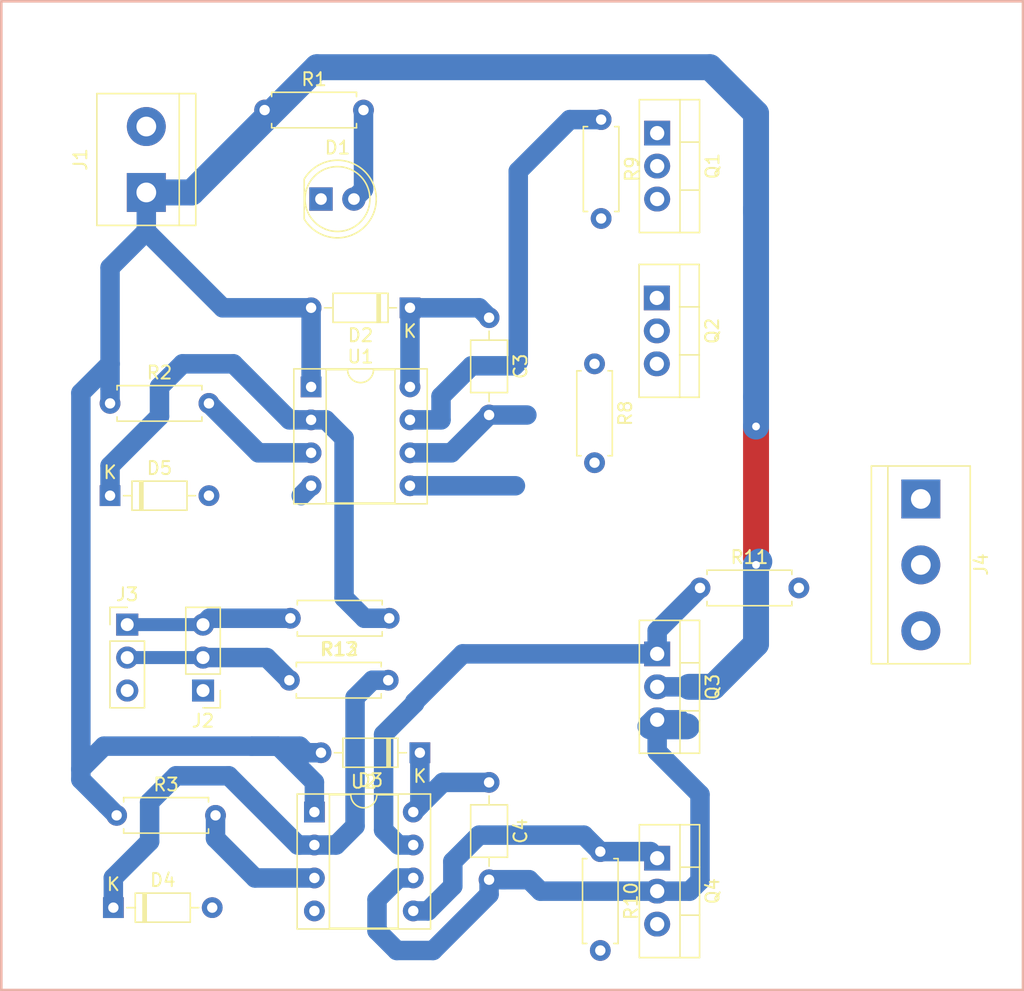
<source format=kicad_pcb>
(kicad_pcb (version 20171130) (host pcbnew "(5.0.1)-3")

  (general
    (thickness 1.6)
    (drawings 4)
    (tracks 136)
    (zones 0)
    (modules 26)
    (nets 18)
  )

  (page A4)
  (layers
    (0 F.Cu signal)
    (31 B.Cu signal)
    (32 B.Adhes user)
    (33 F.Adhes user)
    (34 B.Paste user)
    (35 F.Paste user)
    (36 B.SilkS user)
    (37 F.SilkS user)
    (38 B.Mask user)
    (39 F.Mask user)
    (40 Dwgs.User user)
    (41 Cmts.User user)
    (42 Eco1.User user)
    (43 Eco2.User user)
    (44 Edge.Cuts user)
    (45 Margin user)
    (46 B.CrtYd user)
    (47 F.CrtYd user)
    (48 B.Fab user)
    (49 F.Fab user)
  )

  (setup
    (last_trace_width 1.5)
    (user_trace_width 0.5)
    (user_trace_width 1)
    (user_trace_width 1.5)
    (user_trace_width 2)
    (user_trace_width 2.5)
    (trace_clearance 0.7)
    (zone_clearance 0.508)
    (zone_45_only no)
    (trace_min 0.5)
    (segment_width 0.2)
    (edge_width 0.15)
    (via_size 0.8)
    (via_drill 0.6)
    (via_min_size 0.8)
    (via_min_drill 0.6)
    (user_via 1 0.8)
    (user_via 1.4 1)
    (uvia_size 0.3)
    (uvia_drill 0.1)
    (uvias_allowed no)
    (uvia_min_size 0.2)
    (uvia_min_drill 0.1)
    (pcb_text_width 0.3)
    (pcb_text_size 1.5 1.5)
    (mod_edge_width 0.15)
    (mod_text_size 1 1)
    (mod_text_width 0.15)
    (pad_size 1.524 1.524)
    (pad_drill 0.762)
    (pad_to_mask_clearance 0.051)
    (solder_mask_min_width 0.25)
    (aux_axis_origin 0 0)
    (visible_elements 7FFFFFFF)
    (pcbplotparams
      (layerselection 0x010fc_ffffffff)
      (usegerberextensions false)
      (usegerberattributes false)
      (usegerberadvancedattributes false)
      (creategerberjobfile false)
      (excludeedgelayer true)
      (linewidth 0.100000)
      (plotframeref false)
      (viasonmask false)
      (mode 1)
      (useauxorigin false)
      (hpglpennumber 1)
      (hpglpenspeed 20)
      (hpglpendiameter 15.000000)
      (psnegative false)
      (psa4output false)
      (plotreference true)
      (plotvalue true)
      (plotinvisibletext false)
      (padsonsilk false)
      (subtractmaskfromsilk false)
      (outputformat 1)
      (mirror false)
      (drillshape 1)
      (scaleselection 1)
      (outputdirectory ""))
  )

  (net 0 "")
  (net 1 "Net-(C3-Pad1)")
  (net 2 "Net-(C3-Pad2)")
  (net 3 "Net-(C4-Pad1)")
  (net 4 "Net-(C4-Pad2)")
  (net 5 GND)
  (net 6 "Net-(D1-Pad2)")
  (net 7 VCC)
  (net 8 "Net-(D4-Pad1)")
  (net 9 "Net-(D5-Pad1)")
  (net 10 "Net-(J2-Pad2)")
  (net 11 "Net-(J2-Pad3)")
  (net 12 "Net-(Q1-Pad1)")
  (net 13 "Net-(Q2-Pad1)")
  (net 14 "Net-(Q3-Pad1)")
  (net 15 "Net-(Q4-Pad1)")
  (net 16 "Net-(R2-Pad2)")
  (net 17 "Net-(R3-Pad2)")

  (net_class Default "This is the default net class."
    (clearance 0.7)
    (trace_width 0.5)
    (via_dia 0.8)
    (via_drill 0.6)
    (uvia_dia 0.3)
    (uvia_drill 0.1)
    (diff_pair_gap 0.25)
    (diff_pair_width 0.5)
    (add_net GND)
    (add_net "Net-(C3-Pad1)")
    (add_net "Net-(C3-Pad2)")
    (add_net "Net-(C4-Pad1)")
    (add_net "Net-(C4-Pad2)")
    (add_net "Net-(D1-Pad2)")
    (add_net "Net-(D4-Pad1)")
    (add_net "Net-(D5-Pad1)")
    (add_net "Net-(J2-Pad2)")
    (add_net "Net-(J2-Pad3)")
    (add_net "Net-(Q1-Pad1)")
    (add_net "Net-(Q2-Pad1)")
    (add_net "Net-(Q3-Pad1)")
    (add_net "Net-(Q4-Pad1)")
    (add_net "Net-(R2-Pad2)")
    (add_net "Net-(R3-Pad2)")
    (add_net VCC)
  )

  (module TerminalBlock:TerminalBlock_bornier-3_P5.08mm (layer F.Cu) (tedit 59FF03B9) (tstamp 5D54D0DA)
    (at 141.986 94.234 270)
    (descr "simple 3-pin terminal block, pitch 5.08mm, revamped version of bornier3")
    (tags "terminal block bornier3")
    (path /5D475EC9)
    (fp_text reference J4 (at 5.05 -4.65 270) (layer F.SilkS)
      (effects (font (size 1 1) (thickness 0.15)))
    )
    (fp_text value Screw_Terminal_01x03 (at 5.08 5.08 270) (layer F.Fab)
      (effects (font (size 1 1) (thickness 0.15)))
    )
    (fp_text user %R (at 5.08 0 270) (layer F.Fab)
      (effects (font (size 1 1) (thickness 0.15)))
    )
    (fp_line (start -2.47 2.55) (end 12.63 2.55) (layer F.Fab) (width 0.1))
    (fp_line (start -2.47 -3.75) (end 12.63 -3.75) (layer F.Fab) (width 0.1))
    (fp_line (start 12.63 -3.75) (end 12.63 3.75) (layer F.Fab) (width 0.1))
    (fp_line (start 12.63 3.75) (end -2.47 3.75) (layer F.Fab) (width 0.1))
    (fp_line (start -2.47 3.75) (end -2.47 -3.75) (layer F.Fab) (width 0.1))
    (fp_line (start -2.54 3.81) (end -2.54 -3.81) (layer F.SilkS) (width 0.12))
    (fp_line (start 12.7 3.81) (end 12.7 -3.81) (layer F.SilkS) (width 0.12))
    (fp_line (start -2.54 2.54) (end 12.7 2.54) (layer F.SilkS) (width 0.12))
    (fp_line (start -2.54 -3.81) (end 12.7 -3.81) (layer F.SilkS) (width 0.12))
    (fp_line (start -2.54 3.81) (end 12.7 3.81) (layer F.SilkS) (width 0.12))
    (fp_line (start -2.72 -4) (end 12.88 -4) (layer F.CrtYd) (width 0.05))
    (fp_line (start -2.72 -4) (end -2.72 4) (layer F.CrtYd) (width 0.05))
    (fp_line (start 12.88 4) (end 12.88 -4) (layer F.CrtYd) (width 0.05))
    (fp_line (start 12.88 4) (end -2.72 4) (layer F.CrtYd) (width 0.05))
    (pad 1 thru_hole rect (at 0 0 270) (size 3 3) (drill 1.52) (layers *.Cu *.Mask)
      (net 2 "Net-(C3-Pad2)"))
    (pad 2 thru_hole circle (at 5.08 0 270) (size 3 3) (drill 1.52) (layers *.Cu *.Mask)
      (net 5 GND))
    (pad 3 thru_hole circle (at 10.16 0 270) (size 3 3) (drill 1.52) (layers *.Cu *.Mask)
      (net 4 "Net-(C4-Pad2)"))
    (model ${KISYS3DMOD}/TerminalBlock.3dshapes/TerminalBlock_bornier-3_P5.08mm.wrl
      (offset (xyz 5.079999923706055 0 0))
      (scale (xyz 1 1 1))
      (rotate (xyz 0 0 0))
    )
  )

  (module Resistor_THT:R_Axial_DIN0207_L6.3mm_D2.5mm_P7.62mm_Horizontal (layer F.Cu) (tedit 5AE5139B) (tstamp 5D497D5D)
    (at 117.348 64.9986 270)
    (descr "Resistor, Axial_DIN0207 series, Axial, Horizontal, pin pitch=7.62mm, 0.25W = 1/4W, length*diameter=6.3*2.5mm^2, http://cdn-reichelt.de/documents/datenblatt/B400/1_4W%23YAG.pdf")
    (tags "Resistor Axial_DIN0207 series Axial Horizontal pin pitch 7.62mm 0.25W = 1/4W length 6.3mm diameter 2.5mm")
    (path /5D489B1C)
    (fp_text reference R9 (at 3.81 -2.37 270) (layer F.SilkS)
      (effects (font (size 1 1) (thickness 0.15)))
    )
    (fp_text value 1k (at 3.81 2.37 270) (layer F.Fab)
      (effects (font (size 1 1) (thickness 0.15)))
    )
    (fp_text user %R (at 3.81 0 270) (layer F.Fab)
      (effects (font (size 1 1) (thickness 0.15)))
    )
    (fp_line (start 8.67 -1.5) (end -1.05 -1.5) (layer F.CrtYd) (width 0.05))
    (fp_line (start 8.67 1.5) (end 8.67 -1.5) (layer F.CrtYd) (width 0.05))
    (fp_line (start -1.05 1.5) (end 8.67 1.5) (layer F.CrtYd) (width 0.05))
    (fp_line (start -1.05 -1.5) (end -1.05 1.5) (layer F.CrtYd) (width 0.05))
    (fp_line (start 7.08 1.37) (end 7.08 1.04) (layer F.SilkS) (width 0.12))
    (fp_line (start 0.54 1.37) (end 7.08 1.37) (layer F.SilkS) (width 0.12))
    (fp_line (start 0.54 1.04) (end 0.54 1.37) (layer F.SilkS) (width 0.12))
    (fp_line (start 7.08 -1.37) (end 7.08 -1.04) (layer F.SilkS) (width 0.12))
    (fp_line (start 0.54 -1.37) (end 7.08 -1.37) (layer F.SilkS) (width 0.12))
    (fp_line (start 0.54 -1.04) (end 0.54 -1.37) (layer F.SilkS) (width 0.12))
    (fp_line (start 7.62 0) (end 6.96 0) (layer F.Fab) (width 0.1))
    (fp_line (start 0 0) (end 0.66 0) (layer F.Fab) (width 0.1))
    (fp_line (start 6.96 -1.25) (end 0.66 -1.25) (layer F.Fab) (width 0.1))
    (fp_line (start 6.96 1.25) (end 6.96 -1.25) (layer F.Fab) (width 0.1))
    (fp_line (start 0.66 1.25) (end 6.96 1.25) (layer F.Fab) (width 0.1))
    (fp_line (start 0.66 -1.25) (end 0.66 1.25) (layer F.Fab) (width 0.1))
    (pad 2 thru_hole oval (at 7.62 0 270) (size 1.6 1.6) (drill 0.8) (layers *.Cu *.Mask)
      (net 2 "Net-(C3-Pad2)"))
    (pad 1 thru_hole circle (at 0 0 270) (size 1.6 1.6) (drill 0.8) (layers *.Cu *.Mask)
      (net 12 "Net-(Q1-Pad1)"))
    (model ${KISYS3DMOD}/Resistor_THT.3dshapes/R_Axial_DIN0207_L6.3mm_D2.5mm_P7.62mm_Horizontal.wrl
      (at (xyz 0 0 0))
      (scale (xyz 1 1 1))
      (rotate (xyz 0 0 0))
    )
  )

  (module Package_TO_SOT_THT:TO-220-3_Vertical (layer F.Cu) (tedit 5AC8BA0D) (tstamp 5D54D128)
    (at 121.666 106.172 270)
    (descr "TO-220-3, Vertical, RM 2.54mm, see https://www.vishay.com/docs/66542/to-220-1.pdf")
    (tags "TO-220-3 Vertical RM 2.54mm")
    (path /5D4738B7)
    (fp_text reference Q3 (at 2.54 -4.27 270) (layer F.SilkS)
      (effects (font (size 1 1) (thickness 0.15)))
    )
    (fp_text value IRF3205 (at 2.54 2.5 270) (layer F.Fab)
      (effects (font (size 1 1) (thickness 0.15)))
    )
    (fp_text user %R (at 2.54 -4.27 270) (layer F.Fab)
      (effects (font (size 1 1) (thickness 0.15)))
    )
    (fp_line (start 7.79 -3.4) (end -2.71 -3.4) (layer F.CrtYd) (width 0.05))
    (fp_line (start 7.79 1.51) (end 7.79 -3.4) (layer F.CrtYd) (width 0.05))
    (fp_line (start -2.71 1.51) (end 7.79 1.51) (layer F.CrtYd) (width 0.05))
    (fp_line (start -2.71 -3.4) (end -2.71 1.51) (layer F.CrtYd) (width 0.05))
    (fp_line (start 4.391 -3.27) (end 4.391 -1.76) (layer F.SilkS) (width 0.12))
    (fp_line (start 0.69 -3.27) (end 0.69 -1.76) (layer F.SilkS) (width 0.12))
    (fp_line (start -2.58 -1.76) (end 7.66 -1.76) (layer F.SilkS) (width 0.12))
    (fp_line (start 7.66 -3.27) (end 7.66 1.371) (layer F.SilkS) (width 0.12))
    (fp_line (start -2.58 -3.27) (end -2.58 1.371) (layer F.SilkS) (width 0.12))
    (fp_line (start -2.58 1.371) (end 7.66 1.371) (layer F.SilkS) (width 0.12))
    (fp_line (start -2.58 -3.27) (end 7.66 -3.27) (layer F.SilkS) (width 0.12))
    (fp_line (start 4.39 -3.15) (end 4.39 -1.88) (layer F.Fab) (width 0.1))
    (fp_line (start 0.69 -3.15) (end 0.69 -1.88) (layer F.Fab) (width 0.1))
    (fp_line (start -2.46 -1.88) (end 7.54 -1.88) (layer F.Fab) (width 0.1))
    (fp_line (start 7.54 -3.15) (end -2.46 -3.15) (layer F.Fab) (width 0.1))
    (fp_line (start 7.54 1.25) (end 7.54 -3.15) (layer F.Fab) (width 0.1))
    (fp_line (start -2.46 1.25) (end 7.54 1.25) (layer F.Fab) (width 0.1))
    (fp_line (start -2.46 -3.15) (end -2.46 1.25) (layer F.Fab) (width 0.1))
    (pad 3 thru_hole oval (at 5.08 0 270) (size 1.905 2) (drill 1.1) (layers *.Cu *.Mask)
      (net 4 "Net-(C4-Pad2)"))
    (pad 2 thru_hole oval (at 2.54 0 270) (size 1.905 2) (drill 1.1) (layers *.Cu *.Mask)
      (net 7 VCC))
    (pad 1 thru_hole rect (at 0 0 270) (size 1.905 2) (drill 1.1) (layers *.Cu *.Mask)
      (net 14 "Net-(Q3-Pad1)"))
    (model ${KISYS3DMOD}/Package_TO_SOT_THT.3dshapes/TO-220-3_Vertical.wrl
      (at (xyz 0 0 0))
      (scale (xyz 1 1 1))
      (rotate (xyz 0 0 0))
    )
  )

  (module Capacitor_THT:C_Axial_L3.8mm_D2.6mm_P7.50mm_Horizontal (layer F.Cu) (tedit 5AE50EF0) (tstamp 5D54CFF3)
    (at 108.712 116.078 270)
    (descr "C, Axial series, Axial, Horizontal, pin pitch=7.5mm, , length*diameter=3.8*2.6mm^2, http://www.vishay.com/docs/45231/arseries.pdf")
    (tags "C Axial series Axial Horizontal pin pitch 7.5mm  length 3.8mm diameter 2.6mm")
    (path /5D47389C)
    (fp_text reference C4 (at 3.75 -2.42 270) (layer F.SilkS)
      (effects (font (size 1 1) (thickness 0.15)))
    )
    (fp_text value CP1 (at 3.75 2.42 270) (layer F.Fab)
      (effects (font (size 1 1) (thickness 0.15)))
    )
    (fp_line (start 1.85 -1.3) (end 1.85 1.3) (layer F.Fab) (width 0.1))
    (fp_line (start 1.85 1.3) (end 5.65 1.3) (layer F.Fab) (width 0.1))
    (fp_line (start 5.65 1.3) (end 5.65 -1.3) (layer F.Fab) (width 0.1))
    (fp_line (start 5.65 -1.3) (end 1.85 -1.3) (layer F.Fab) (width 0.1))
    (fp_line (start 0 0) (end 1.85 0) (layer F.Fab) (width 0.1))
    (fp_line (start 7.5 0) (end 5.65 0) (layer F.Fab) (width 0.1))
    (fp_line (start 1.73 -1.42) (end 1.73 1.42) (layer F.SilkS) (width 0.12))
    (fp_line (start 1.73 1.42) (end 5.77 1.42) (layer F.SilkS) (width 0.12))
    (fp_line (start 5.77 1.42) (end 5.77 -1.42) (layer F.SilkS) (width 0.12))
    (fp_line (start 5.77 -1.42) (end 1.73 -1.42) (layer F.SilkS) (width 0.12))
    (fp_line (start 1.04 0) (end 1.73 0) (layer F.SilkS) (width 0.12))
    (fp_line (start 6.46 0) (end 5.77 0) (layer F.SilkS) (width 0.12))
    (fp_line (start -1.05 -1.55) (end -1.05 1.55) (layer F.CrtYd) (width 0.05))
    (fp_line (start -1.05 1.55) (end 8.55 1.55) (layer F.CrtYd) (width 0.05))
    (fp_line (start 8.55 1.55) (end 8.55 -1.55) (layer F.CrtYd) (width 0.05))
    (fp_line (start 8.55 -1.55) (end -1.05 -1.55) (layer F.CrtYd) (width 0.05))
    (fp_text user %R (at 3.75 0 270) (layer F.Fab)
      (effects (font (size 0.76 0.76) (thickness 0.114)))
    )
    (pad 1 thru_hole circle (at 0 0 270) (size 1.6 1.6) (drill 0.8) (layers *.Cu *.Mask)
      (net 3 "Net-(C4-Pad1)"))
    (pad 2 thru_hole oval (at 7.5 0 270) (size 1.6 1.6) (drill 0.8) (layers *.Cu *.Mask)
      (net 4 "Net-(C4-Pad2)"))
    (model ${KISYS3DMOD}/Capacitor_THT.3dshapes/C_Axial_L3.8mm_D2.6mm_P7.50mm_Horizontal.wrl
      (at (xyz 0 0 0))
      (scale (xyz 1 1 1))
      (rotate (xyz 0 0 0))
    )
  )

  (module LED_THT:LED_D5.0mm (layer F.Cu) (tedit 5995936A) (tstamp 5D497746)
    (at 95.758 71.12)
    (descr "LED, diameter 5.0mm, 2 pins, http://cdn-reichelt.de/documents/datenblatt/A500/LL-504BC2E-009.pdf")
    (tags "LED diameter 5.0mm 2 pins")
    (path /5D48B44A)
    (fp_text reference D1 (at 1.27 -3.96) (layer F.SilkS)
      (effects (font (size 1 1) (thickness 0.15)))
    )
    (fp_text value LED (at 1.27 3.96) (layer F.Fab)
      (effects (font (size 1 1) (thickness 0.15)))
    )
    (fp_arc (start 1.27 0) (end -1.23 -1.469694) (angle 299.1) (layer F.Fab) (width 0.1))
    (fp_arc (start 1.27 0) (end -1.29 -1.54483) (angle 148.9) (layer F.SilkS) (width 0.12))
    (fp_arc (start 1.27 0) (end -1.29 1.54483) (angle -148.9) (layer F.SilkS) (width 0.12))
    (fp_circle (center 1.27 0) (end 3.77 0) (layer F.Fab) (width 0.1))
    (fp_circle (center 1.27 0) (end 3.77 0) (layer F.SilkS) (width 0.12))
    (fp_line (start -1.23 -1.469694) (end -1.23 1.469694) (layer F.Fab) (width 0.1))
    (fp_line (start -1.29 -1.545) (end -1.29 1.545) (layer F.SilkS) (width 0.12))
    (fp_line (start -1.95 -3.25) (end -1.95 3.25) (layer F.CrtYd) (width 0.05))
    (fp_line (start -1.95 3.25) (end 4.5 3.25) (layer F.CrtYd) (width 0.05))
    (fp_line (start 4.5 3.25) (end 4.5 -3.25) (layer F.CrtYd) (width 0.05))
    (fp_line (start 4.5 -3.25) (end -1.95 -3.25) (layer F.CrtYd) (width 0.05))
    (fp_text user %R (at 1.25 0) (layer F.Fab)
      (effects (font (size 0.8 0.8) (thickness 0.2)))
    )
    (pad 1 thru_hole rect (at 0 0) (size 1.8 1.8) (drill 0.9) (layers *.Cu *.Mask)
      (net 5 GND))
    (pad 2 thru_hole circle (at 2.54 0) (size 1.8 1.8) (drill 0.9) (layers *.Cu *.Mask)
      (net 6 "Net-(D1-Pad2)"))
    (model ${KISYS3DMOD}/LED_THT.3dshapes/LED_D5.0mm.wrl
      (at (xyz 0 0 0))
      (scale (xyz 1 1 1))
      (rotate (xyz 0 0 0))
    )
  )

  (module Diode_THT:D_DO-35_SOD27_P7.62mm_Horizontal (layer F.Cu) (tedit 5AE50CD5) (tstamp 5D54D024)
    (at 102.616 79.502 180)
    (descr "Diode, DO-35_SOD27 series, Axial, Horizontal, pin pitch=7.62mm, , length*diameter=4*2mm^2, , http://www.diodes.com/_files/packages/DO-35.pdf")
    (tags "Diode DO-35_SOD27 series Axial Horizontal pin pitch 7.62mm  length 4mm diameter 2mm")
    (path /5D48166B)
    (fp_text reference D2 (at 3.81 -2.12 180) (layer F.SilkS)
      (effects (font (size 1 1) (thickness 0.15)))
    )
    (fp_text value 1N4148 (at 3.81 2.12 180) (layer F.Fab)
      (effects (font (size 1 1) (thickness 0.15)))
    )
    (fp_line (start 1.81 -1) (end 1.81 1) (layer F.Fab) (width 0.1))
    (fp_line (start 1.81 1) (end 5.81 1) (layer F.Fab) (width 0.1))
    (fp_line (start 5.81 1) (end 5.81 -1) (layer F.Fab) (width 0.1))
    (fp_line (start 5.81 -1) (end 1.81 -1) (layer F.Fab) (width 0.1))
    (fp_line (start 0 0) (end 1.81 0) (layer F.Fab) (width 0.1))
    (fp_line (start 7.62 0) (end 5.81 0) (layer F.Fab) (width 0.1))
    (fp_line (start 2.41 -1) (end 2.41 1) (layer F.Fab) (width 0.1))
    (fp_line (start 2.51 -1) (end 2.51 1) (layer F.Fab) (width 0.1))
    (fp_line (start 2.31 -1) (end 2.31 1) (layer F.Fab) (width 0.1))
    (fp_line (start 1.69 -1.12) (end 1.69 1.12) (layer F.SilkS) (width 0.12))
    (fp_line (start 1.69 1.12) (end 5.93 1.12) (layer F.SilkS) (width 0.12))
    (fp_line (start 5.93 1.12) (end 5.93 -1.12) (layer F.SilkS) (width 0.12))
    (fp_line (start 5.93 -1.12) (end 1.69 -1.12) (layer F.SilkS) (width 0.12))
    (fp_line (start 1.04 0) (end 1.69 0) (layer F.SilkS) (width 0.12))
    (fp_line (start 6.58 0) (end 5.93 0) (layer F.SilkS) (width 0.12))
    (fp_line (start 2.41 -1.12) (end 2.41 1.12) (layer F.SilkS) (width 0.12))
    (fp_line (start 2.53 -1.12) (end 2.53 1.12) (layer F.SilkS) (width 0.12))
    (fp_line (start 2.29 -1.12) (end 2.29 1.12) (layer F.SilkS) (width 0.12))
    (fp_line (start -1.05 -1.25) (end -1.05 1.25) (layer F.CrtYd) (width 0.05))
    (fp_line (start -1.05 1.25) (end 8.67 1.25) (layer F.CrtYd) (width 0.05))
    (fp_line (start 8.67 1.25) (end 8.67 -1.25) (layer F.CrtYd) (width 0.05))
    (fp_line (start 8.67 -1.25) (end -1.05 -1.25) (layer F.CrtYd) (width 0.05))
    (fp_text user %R (at 4.11 0 180) (layer F.Fab)
      (effects (font (size 0.8 0.8) (thickness 0.12)))
    )
    (fp_text user K (at 0 -1.8 180) (layer F.Fab)
      (effects (font (size 1 1) (thickness 0.15)))
    )
    (fp_text user K (at 0 -1.8 180) (layer F.SilkS)
      (effects (font (size 1 1) (thickness 0.15)))
    )
    (pad 1 thru_hole rect (at 0 0 180) (size 1.6 1.6) (drill 0.8) (layers *.Cu *.Mask)
      (net 1 "Net-(C3-Pad1)"))
    (pad 2 thru_hole oval (at 7.62 0 180) (size 1.6 1.6) (drill 0.8) (layers *.Cu *.Mask)
      (net 7 VCC))
    (model ${KISYS3DMOD}/Diode_THT.3dshapes/D_DO-35_SOD27_P7.62mm_Horizontal.wrl
      (at (xyz 0 0 0))
      (scale (xyz 1 1 1))
      (rotate (xyz 0 0 0))
    )
  )

  (module Diode_THT:D_DO-35_SOD27_P7.62mm_Horizontal (layer F.Cu) (tedit 5AE50CD5) (tstamp 5D54D043)
    (at 103.378 113.792 180)
    (descr "Diode, DO-35_SOD27 series, Axial, Horizontal, pin pitch=7.62mm, , length*diameter=4*2mm^2, , http://www.diodes.com/_files/packages/DO-35.pdf")
    (tags "Diode DO-35_SOD27 series Axial Horizontal pin pitch 7.62mm  length 4mm diameter 2mm")
    (path /5D47FC48)
    (fp_text reference D3 (at 3.81 -2.12 180) (layer F.SilkS)
      (effects (font (size 1 1) (thickness 0.15)))
    )
    (fp_text value 1N4148 (at 3.81 2.12 180) (layer F.Fab)
      (effects (font (size 1 1) (thickness 0.15)))
    )
    (fp_text user K (at 0 -1.8 180) (layer F.SilkS)
      (effects (font (size 1 1) (thickness 0.15)))
    )
    (fp_text user K (at 0 -1.8 180) (layer F.Fab)
      (effects (font (size 1 1) (thickness 0.15)))
    )
    (fp_text user %R (at 4.11 0 180) (layer F.Fab)
      (effects (font (size 0.8 0.8) (thickness 0.12)))
    )
    (fp_line (start 8.67 -1.25) (end -1.05 -1.25) (layer F.CrtYd) (width 0.05))
    (fp_line (start 8.67 1.25) (end 8.67 -1.25) (layer F.CrtYd) (width 0.05))
    (fp_line (start -1.05 1.25) (end 8.67 1.25) (layer F.CrtYd) (width 0.05))
    (fp_line (start -1.05 -1.25) (end -1.05 1.25) (layer F.CrtYd) (width 0.05))
    (fp_line (start 2.29 -1.12) (end 2.29 1.12) (layer F.SilkS) (width 0.12))
    (fp_line (start 2.53 -1.12) (end 2.53 1.12) (layer F.SilkS) (width 0.12))
    (fp_line (start 2.41 -1.12) (end 2.41 1.12) (layer F.SilkS) (width 0.12))
    (fp_line (start 6.58 0) (end 5.93 0) (layer F.SilkS) (width 0.12))
    (fp_line (start 1.04 0) (end 1.69 0) (layer F.SilkS) (width 0.12))
    (fp_line (start 5.93 -1.12) (end 1.69 -1.12) (layer F.SilkS) (width 0.12))
    (fp_line (start 5.93 1.12) (end 5.93 -1.12) (layer F.SilkS) (width 0.12))
    (fp_line (start 1.69 1.12) (end 5.93 1.12) (layer F.SilkS) (width 0.12))
    (fp_line (start 1.69 -1.12) (end 1.69 1.12) (layer F.SilkS) (width 0.12))
    (fp_line (start 2.31 -1) (end 2.31 1) (layer F.Fab) (width 0.1))
    (fp_line (start 2.51 -1) (end 2.51 1) (layer F.Fab) (width 0.1))
    (fp_line (start 2.41 -1) (end 2.41 1) (layer F.Fab) (width 0.1))
    (fp_line (start 7.62 0) (end 5.81 0) (layer F.Fab) (width 0.1))
    (fp_line (start 0 0) (end 1.81 0) (layer F.Fab) (width 0.1))
    (fp_line (start 5.81 -1) (end 1.81 -1) (layer F.Fab) (width 0.1))
    (fp_line (start 5.81 1) (end 5.81 -1) (layer F.Fab) (width 0.1))
    (fp_line (start 1.81 1) (end 5.81 1) (layer F.Fab) (width 0.1))
    (fp_line (start 1.81 -1) (end 1.81 1) (layer F.Fab) (width 0.1))
    (pad 2 thru_hole oval (at 7.62 0 180) (size 1.6 1.6) (drill 0.8) (layers *.Cu *.Mask)
      (net 7 VCC))
    (pad 1 thru_hole rect (at 0 0 180) (size 1.6 1.6) (drill 0.8) (layers *.Cu *.Mask)
      (net 3 "Net-(C4-Pad1)"))
    (model ${KISYS3DMOD}/Diode_THT.3dshapes/D_DO-35_SOD27_P7.62mm_Horizontal.wrl
      (at (xyz 0 0 0))
      (scale (xyz 1 1 1))
      (rotate (xyz 0 0 0))
    )
  )

  (module Diode_THT:D_DO-35_SOD27_P7.62mm_Horizontal (layer F.Cu) (tedit 5AE50CD5) (tstamp 5D54D062)
    (at 79.756 125.73)
    (descr "Diode, DO-35_SOD27 series, Axial, Horizontal, pin pitch=7.62mm, , length*diameter=4*2mm^2, , http://www.diodes.com/_files/packages/DO-35.pdf")
    (tags "Diode DO-35_SOD27 series Axial Horizontal pin pitch 7.62mm  length 4mm diameter 2mm")
    (path /5D49FD12)
    (fp_text reference D4 (at 3.81 -2.12) (layer F.SilkS)
      (effects (font (size 1 1) (thickness 0.15)))
    )
    (fp_text value D_Zener (at 3.81 2.12) (layer F.Fab)
      (effects (font (size 1 1) (thickness 0.15)))
    )
    (fp_line (start 1.81 -1) (end 1.81 1) (layer F.Fab) (width 0.1))
    (fp_line (start 1.81 1) (end 5.81 1) (layer F.Fab) (width 0.1))
    (fp_line (start 5.81 1) (end 5.81 -1) (layer F.Fab) (width 0.1))
    (fp_line (start 5.81 -1) (end 1.81 -1) (layer F.Fab) (width 0.1))
    (fp_line (start 0 0) (end 1.81 0) (layer F.Fab) (width 0.1))
    (fp_line (start 7.62 0) (end 5.81 0) (layer F.Fab) (width 0.1))
    (fp_line (start 2.41 -1) (end 2.41 1) (layer F.Fab) (width 0.1))
    (fp_line (start 2.51 -1) (end 2.51 1) (layer F.Fab) (width 0.1))
    (fp_line (start 2.31 -1) (end 2.31 1) (layer F.Fab) (width 0.1))
    (fp_line (start 1.69 -1.12) (end 1.69 1.12) (layer F.SilkS) (width 0.12))
    (fp_line (start 1.69 1.12) (end 5.93 1.12) (layer F.SilkS) (width 0.12))
    (fp_line (start 5.93 1.12) (end 5.93 -1.12) (layer F.SilkS) (width 0.12))
    (fp_line (start 5.93 -1.12) (end 1.69 -1.12) (layer F.SilkS) (width 0.12))
    (fp_line (start 1.04 0) (end 1.69 0) (layer F.SilkS) (width 0.12))
    (fp_line (start 6.58 0) (end 5.93 0) (layer F.SilkS) (width 0.12))
    (fp_line (start 2.41 -1.12) (end 2.41 1.12) (layer F.SilkS) (width 0.12))
    (fp_line (start 2.53 -1.12) (end 2.53 1.12) (layer F.SilkS) (width 0.12))
    (fp_line (start 2.29 -1.12) (end 2.29 1.12) (layer F.SilkS) (width 0.12))
    (fp_line (start -1.05 -1.25) (end -1.05 1.25) (layer F.CrtYd) (width 0.05))
    (fp_line (start -1.05 1.25) (end 8.67 1.25) (layer F.CrtYd) (width 0.05))
    (fp_line (start 8.67 1.25) (end 8.67 -1.25) (layer F.CrtYd) (width 0.05))
    (fp_line (start 8.67 -1.25) (end -1.05 -1.25) (layer F.CrtYd) (width 0.05))
    (fp_text user %R (at 4.11 0) (layer F.Fab)
      (effects (font (size 0.8 0.8) (thickness 0.12)))
    )
    (fp_text user K (at 0 -1.8) (layer F.Fab)
      (effects (font (size 1 1) (thickness 0.15)))
    )
    (fp_text user K (at 0 -1.8) (layer F.SilkS)
      (effects (font (size 1 1) (thickness 0.15)))
    )
    (pad 1 thru_hole rect (at 0 0) (size 1.6 1.6) (drill 0.8) (layers *.Cu *.Mask)
      (net 8 "Net-(D4-Pad1)"))
    (pad 2 thru_hole oval (at 7.62 0) (size 1.6 1.6) (drill 0.8) (layers *.Cu *.Mask)
      (net 5 GND))
    (model ${KISYS3DMOD}/Diode_THT.3dshapes/D_DO-35_SOD27_P7.62mm_Horizontal.wrl
      (at (xyz 0 0 0))
      (scale (xyz 1 1 1))
      (rotate (xyz 0 0 0))
    )
  )

  (module Diode_THT:D_DO-35_SOD27_P7.62mm_Horizontal (layer F.Cu) (tedit 5AE50CD5) (tstamp 5D54D081)
    (at 79.502 93.98)
    (descr "Diode, DO-35_SOD27 series, Axial, Horizontal, pin pitch=7.62mm, , length*diameter=4*2mm^2, , http://www.diodes.com/_files/packages/DO-35.pdf")
    (tags "Diode DO-35_SOD27 series Axial Horizontal pin pitch 7.62mm  length 4mm diameter 2mm")
    (path /5D49FB70)
    (fp_text reference D5 (at 3.81 -2.12) (layer F.SilkS)
      (effects (font (size 1 1) (thickness 0.15)))
    )
    (fp_text value D_Zener (at 3.81 2.12) (layer F.Fab)
      (effects (font (size 1 1) (thickness 0.15)))
    )
    (fp_text user K (at 0 -1.8) (layer F.SilkS)
      (effects (font (size 1 1) (thickness 0.15)))
    )
    (fp_text user K (at 0 -1.8) (layer F.Fab)
      (effects (font (size 1 1) (thickness 0.15)))
    )
    (fp_text user %R (at 4.11 0) (layer F.Fab)
      (effects (font (size 0.8 0.8) (thickness 0.12)))
    )
    (fp_line (start 8.67 -1.25) (end -1.05 -1.25) (layer F.CrtYd) (width 0.05))
    (fp_line (start 8.67 1.25) (end 8.67 -1.25) (layer F.CrtYd) (width 0.05))
    (fp_line (start -1.05 1.25) (end 8.67 1.25) (layer F.CrtYd) (width 0.05))
    (fp_line (start -1.05 -1.25) (end -1.05 1.25) (layer F.CrtYd) (width 0.05))
    (fp_line (start 2.29 -1.12) (end 2.29 1.12) (layer F.SilkS) (width 0.12))
    (fp_line (start 2.53 -1.12) (end 2.53 1.12) (layer F.SilkS) (width 0.12))
    (fp_line (start 2.41 -1.12) (end 2.41 1.12) (layer F.SilkS) (width 0.12))
    (fp_line (start 6.58 0) (end 5.93 0) (layer F.SilkS) (width 0.12))
    (fp_line (start 1.04 0) (end 1.69 0) (layer F.SilkS) (width 0.12))
    (fp_line (start 5.93 -1.12) (end 1.69 -1.12) (layer F.SilkS) (width 0.12))
    (fp_line (start 5.93 1.12) (end 5.93 -1.12) (layer F.SilkS) (width 0.12))
    (fp_line (start 1.69 1.12) (end 5.93 1.12) (layer F.SilkS) (width 0.12))
    (fp_line (start 1.69 -1.12) (end 1.69 1.12) (layer F.SilkS) (width 0.12))
    (fp_line (start 2.31 -1) (end 2.31 1) (layer F.Fab) (width 0.1))
    (fp_line (start 2.51 -1) (end 2.51 1) (layer F.Fab) (width 0.1))
    (fp_line (start 2.41 -1) (end 2.41 1) (layer F.Fab) (width 0.1))
    (fp_line (start 7.62 0) (end 5.81 0) (layer F.Fab) (width 0.1))
    (fp_line (start 0 0) (end 1.81 0) (layer F.Fab) (width 0.1))
    (fp_line (start 5.81 -1) (end 1.81 -1) (layer F.Fab) (width 0.1))
    (fp_line (start 5.81 1) (end 5.81 -1) (layer F.Fab) (width 0.1))
    (fp_line (start 1.81 1) (end 5.81 1) (layer F.Fab) (width 0.1))
    (fp_line (start 1.81 -1) (end 1.81 1) (layer F.Fab) (width 0.1))
    (pad 2 thru_hole oval (at 7.62 0) (size 1.6 1.6) (drill 0.8) (layers *.Cu *.Mask)
      (net 5 GND))
    (pad 1 thru_hole rect (at 0 0) (size 1.6 1.6) (drill 0.8) (layers *.Cu *.Mask)
      (net 9 "Net-(D5-Pad1)"))
    (model ${KISYS3DMOD}/Diode_THT.3dshapes/D_DO-35_SOD27_P7.62mm_Horizontal.wrl
      (at (xyz 0 0 0))
      (scale (xyz 1 1 1))
      (rotate (xyz 0 0 0))
    )
  )

  (module TerminalBlock:TerminalBlock_bornier-2_P5.08mm (layer F.Cu) (tedit 59FF03AB) (tstamp 5D49777C)
    (at 82.296 70.612 90)
    (descr "simple 2-pin terminal block, pitch 5.08mm, revamped version of bornier2")
    (tags "terminal block bornier2")
    (path /5D4852BD)
    (fp_text reference J1 (at 2.54 -5.08 90) (layer F.SilkS)
      (effects (font (size 1 1) (thickness 0.15)))
    )
    (fp_text value Screw_Terminal_01x02 (at 2.54 5.08 90) (layer F.Fab)
      (effects (font (size 1 1) (thickness 0.15)))
    )
    (fp_text user %R (at 2.54 0 90) (layer F.Fab)
      (effects (font (size 1 1) (thickness 0.15)))
    )
    (fp_line (start -2.41 2.55) (end 7.49 2.55) (layer F.Fab) (width 0.1))
    (fp_line (start -2.46 -3.75) (end -2.46 3.75) (layer F.Fab) (width 0.1))
    (fp_line (start -2.46 3.75) (end 7.54 3.75) (layer F.Fab) (width 0.1))
    (fp_line (start 7.54 3.75) (end 7.54 -3.75) (layer F.Fab) (width 0.1))
    (fp_line (start 7.54 -3.75) (end -2.46 -3.75) (layer F.Fab) (width 0.1))
    (fp_line (start 7.62 2.54) (end -2.54 2.54) (layer F.SilkS) (width 0.12))
    (fp_line (start 7.62 3.81) (end 7.62 -3.81) (layer F.SilkS) (width 0.12))
    (fp_line (start 7.62 -3.81) (end -2.54 -3.81) (layer F.SilkS) (width 0.12))
    (fp_line (start -2.54 -3.81) (end -2.54 3.81) (layer F.SilkS) (width 0.12))
    (fp_line (start -2.54 3.81) (end 7.62 3.81) (layer F.SilkS) (width 0.12))
    (fp_line (start -2.71 -4) (end 7.79 -4) (layer F.CrtYd) (width 0.05))
    (fp_line (start -2.71 -4) (end -2.71 4) (layer F.CrtYd) (width 0.05))
    (fp_line (start 7.79 4) (end 7.79 -4) (layer F.CrtYd) (width 0.05))
    (fp_line (start 7.79 4) (end -2.71 4) (layer F.CrtYd) (width 0.05))
    (pad 1 thru_hole rect (at 0 0 90) (size 3 3) (drill 1.52) (layers *.Cu *.Mask)
      (net 7 VCC))
    (pad 2 thru_hole circle (at 5.08 0 90) (size 3 3) (drill 1.52) (layers *.Cu *.Mask)
      (net 5 GND))
    (model ${KISYS3DMOD}/TerminalBlock.3dshapes/TerminalBlock_bornier-2_P5.08mm.wrl
      (offset (xyz 2.539999961853027 0 0))
      (scale (xyz 1 1 1))
      (rotate (xyz 0 0 0))
    )
  )

  (module Connector_PinHeader_2.54mm:PinHeader_1x03_P2.54mm_Vertical (layer F.Cu) (tedit 59FED5CC) (tstamp 5D497709)
    (at 86.667226 108.997712 180)
    (descr "Through hole straight pin header, 1x03, 2.54mm pitch, single row")
    (tags "Through hole pin header THT 1x03 2.54mm single row")
    (path /5D4926CF)
    (fp_text reference J2 (at 0 -2.33 180) (layer F.SilkS)
      (effects (font (size 1 1) (thickness 0.15)))
    )
    (fp_text value Conn_01x03_Female (at 0 7.41 180) (layer F.Fab)
      (effects (font (size 1 1) (thickness 0.15)))
    )
    (fp_line (start -0.635 -1.27) (end 1.27 -1.27) (layer F.Fab) (width 0.1))
    (fp_line (start 1.27 -1.27) (end 1.27 6.35) (layer F.Fab) (width 0.1))
    (fp_line (start 1.27 6.35) (end -1.27 6.35) (layer F.Fab) (width 0.1))
    (fp_line (start -1.27 6.35) (end -1.27 -0.635) (layer F.Fab) (width 0.1))
    (fp_line (start -1.27 -0.635) (end -0.635 -1.27) (layer F.Fab) (width 0.1))
    (fp_line (start -1.33 6.41) (end 1.33 6.41) (layer F.SilkS) (width 0.12))
    (fp_line (start -1.33 1.27) (end -1.33 6.41) (layer F.SilkS) (width 0.12))
    (fp_line (start 1.33 1.27) (end 1.33 6.41) (layer F.SilkS) (width 0.12))
    (fp_line (start -1.33 1.27) (end 1.33 1.27) (layer F.SilkS) (width 0.12))
    (fp_line (start -1.33 0) (end -1.33 -1.33) (layer F.SilkS) (width 0.12))
    (fp_line (start -1.33 -1.33) (end 0 -1.33) (layer F.SilkS) (width 0.12))
    (fp_line (start -1.8 -1.8) (end -1.8 6.85) (layer F.CrtYd) (width 0.05))
    (fp_line (start -1.8 6.85) (end 1.8 6.85) (layer F.CrtYd) (width 0.05))
    (fp_line (start 1.8 6.85) (end 1.8 -1.8) (layer F.CrtYd) (width 0.05))
    (fp_line (start 1.8 -1.8) (end -1.8 -1.8) (layer F.CrtYd) (width 0.05))
    (fp_text user %R (at 0 2.54 270) (layer F.Fab)
      (effects (font (size 1 1) (thickness 0.15)))
    )
    (pad 1 thru_hole rect (at 0 0 180) (size 1.7 1.7) (drill 1) (layers *.Cu *.Mask)
      (net 5 GND))
    (pad 2 thru_hole oval (at 0 2.54 180) (size 1.7 1.7) (drill 1) (layers *.Cu *.Mask)
      (net 10 "Net-(J2-Pad2)"))
    (pad 3 thru_hole oval (at 0 5.08 180) (size 1.7 1.7) (drill 1) (layers *.Cu *.Mask)
      (net 11 "Net-(J2-Pad3)"))
    (model ${KISYS3DMOD}/Connector_PinHeader_2.54mm.3dshapes/PinHeader_1x03_P2.54mm_Vertical.wrl
      (at (xyz 0 0 0))
      (scale (xyz 1 1 1))
      (rotate (xyz 0 0 0))
    )
  )

  (module Connector_PinHeader_2.54mm:PinHeader_1x03_P2.54mm_Vertical (layer F.Cu) (tedit 59FED5CC) (tstamp 5D4977FC)
    (at 80.825226 103.917712)
    (descr "Through hole straight pin header, 1x03, 2.54mm pitch, single row")
    (tags "Through hole pin header THT 1x03 2.54mm single row")
    (path /5D47CC69)
    (fp_text reference J3 (at 0 -2.33) (layer F.SilkS)
      (effects (font (size 1 1) (thickness 0.15)))
    )
    (fp_text value Conn_01x03_Male (at 0 7.41) (layer F.Fab)
      (effects (font (size 1 1) (thickness 0.15)))
    )
    (fp_text user %R (at 0 2.54 90) (layer F.Fab)
      (effects (font (size 1 1) (thickness 0.15)))
    )
    (fp_line (start 1.8 -1.8) (end -1.8 -1.8) (layer F.CrtYd) (width 0.05))
    (fp_line (start 1.8 6.85) (end 1.8 -1.8) (layer F.CrtYd) (width 0.05))
    (fp_line (start -1.8 6.85) (end 1.8 6.85) (layer F.CrtYd) (width 0.05))
    (fp_line (start -1.8 -1.8) (end -1.8 6.85) (layer F.CrtYd) (width 0.05))
    (fp_line (start -1.33 -1.33) (end 0 -1.33) (layer F.SilkS) (width 0.12))
    (fp_line (start -1.33 0) (end -1.33 -1.33) (layer F.SilkS) (width 0.12))
    (fp_line (start -1.33 1.27) (end 1.33 1.27) (layer F.SilkS) (width 0.12))
    (fp_line (start 1.33 1.27) (end 1.33 6.41) (layer F.SilkS) (width 0.12))
    (fp_line (start -1.33 1.27) (end -1.33 6.41) (layer F.SilkS) (width 0.12))
    (fp_line (start -1.33 6.41) (end 1.33 6.41) (layer F.SilkS) (width 0.12))
    (fp_line (start -1.27 -0.635) (end -0.635 -1.27) (layer F.Fab) (width 0.1))
    (fp_line (start -1.27 6.35) (end -1.27 -0.635) (layer F.Fab) (width 0.1))
    (fp_line (start 1.27 6.35) (end -1.27 6.35) (layer F.Fab) (width 0.1))
    (fp_line (start 1.27 -1.27) (end 1.27 6.35) (layer F.Fab) (width 0.1))
    (fp_line (start -0.635 -1.27) (end 1.27 -1.27) (layer F.Fab) (width 0.1))
    (pad 3 thru_hole oval (at 0 5.08) (size 1.7 1.7) (drill 1) (layers *.Cu *.Mask)
      (net 5 GND))
    (pad 2 thru_hole oval (at 0 2.54) (size 1.7 1.7) (drill 1) (layers *.Cu *.Mask)
      (net 10 "Net-(J2-Pad2)"))
    (pad 1 thru_hole rect (at 0 0) (size 1.7 1.7) (drill 1) (layers *.Cu *.Mask)
      (net 11 "Net-(J2-Pad3)"))
    (model ${KISYS3DMOD}/Connector_PinHeader_2.54mm.3dshapes/PinHeader_1x03_P2.54mm_Vertical.wrl
      (at (xyz 0 0 0))
      (scale (xyz 1 1 1))
      (rotate (xyz 0 0 0))
    )
  )

  (module Package_TO_SOT_THT:TO-220-3_Vertical (layer F.Cu) (tedit 5AC8BA0D) (tstamp 5D4AAE02)
    (at 121.666 66.04 270)
    (descr "TO-220-3, Vertical, RM 2.54mm, see https://www.vishay.com/docs/66542/to-220-1.pdf")
    (tags "TO-220-3 Vertical RM 2.54mm")
    (path /5D46F5E8)
    (fp_text reference Q1 (at 2.54 -4.27 270) (layer F.SilkS)
      (effects (font (size 1 1) (thickness 0.15)))
    )
    (fp_text value IRF3205 (at 2.54 2.5 270) (layer F.Fab)
      (effects (font (size 1 1) (thickness 0.15)))
    )
    (fp_text user %R (at 2.54 -4.27 270) (layer F.Fab)
      (effects (font (size 1 1) (thickness 0.15)))
    )
    (fp_line (start 7.79 -3.4) (end -2.71 -3.4) (layer F.CrtYd) (width 0.05))
    (fp_line (start 7.79 1.51) (end 7.79 -3.4) (layer F.CrtYd) (width 0.05))
    (fp_line (start -2.71 1.51) (end 7.79 1.51) (layer F.CrtYd) (width 0.05))
    (fp_line (start -2.71 -3.4) (end -2.71 1.51) (layer F.CrtYd) (width 0.05))
    (fp_line (start 4.391 -3.27) (end 4.391 -1.76) (layer F.SilkS) (width 0.12))
    (fp_line (start 0.69 -3.27) (end 0.69 -1.76) (layer F.SilkS) (width 0.12))
    (fp_line (start -2.58 -1.76) (end 7.66 -1.76) (layer F.SilkS) (width 0.12))
    (fp_line (start 7.66 -3.27) (end 7.66 1.371) (layer F.SilkS) (width 0.12))
    (fp_line (start -2.58 -3.27) (end -2.58 1.371) (layer F.SilkS) (width 0.12))
    (fp_line (start -2.58 1.371) (end 7.66 1.371) (layer F.SilkS) (width 0.12))
    (fp_line (start -2.58 -3.27) (end 7.66 -3.27) (layer F.SilkS) (width 0.12))
    (fp_line (start 4.39 -3.15) (end 4.39 -1.88) (layer F.Fab) (width 0.1))
    (fp_line (start 0.69 -3.15) (end 0.69 -1.88) (layer F.Fab) (width 0.1))
    (fp_line (start -2.46 -1.88) (end 7.54 -1.88) (layer F.Fab) (width 0.1))
    (fp_line (start 7.54 -3.15) (end -2.46 -3.15) (layer F.Fab) (width 0.1))
    (fp_line (start 7.54 1.25) (end 7.54 -3.15) (layer F.Fab) (width 0.1))
    (fp_line (start -2.46 1.25) (end 7.54 1.25) (layer F.Fab) (width 0.1))
    (fp_line (start -2.46 -3.15) (end -2.46 1.25) (layer F.Fab) (width 0.1))
    (pad 3 thru_hole oval (at 5.08 0 270) (size 1.905 2) (drill 1.1) (layers *.Cu *.Mask)
      (net 2 "Net-(C3-Pad2)"))
    (pad 2 thru_hole oval (at 2.54 0 270) (size 1.905 2) (drill 1.1) (layers *.Cu *.Mask)
      (net 7 VCC))
    (pad 1 thru_hole rect (at 0 0 270) (size 1.905 2) (drill 1.1) (layers *.Cu *.Mask)
      (net 12 "Net-(Q1-Pad1)"))
    (model ${KISYS3DMOD}/Package_TO_SOT_THT.3dshapes/TO-220-3_Vertical.wrl
      (at (xyz 0 0 0))
      (scale (xyz 1 1 1))
      (rotate (xyz 0 0 0))
    )
  )

  (module Package_TO_SOT_THT:TO-220-3_Vertical (layer F.Cu) (tedit 5AC8BA0D) (tstamp 5D498B77)
    (at 121.6406 78.74 270)
    (descr "TO-220-3, Vertical, RM 2.54mm, see https://www.vishay.com/docs/66542/to-220-1.pdf")
    (tags "TO-220-3 Vertical RM 2.54mm")
    (path /5D46F67C)
    (fp_text reference Q2 (at 2.54 -4.27 270) (layer F.SilkS)
      (effects (font (size 1 1) (thickness 0.15)))
    )
    (fp_text value IRF3205 (at 2.54 2.5 270) (layer F.Fab)
      (effects (font (size 1 1) (thickness 0.15)))
    )
    (fp_line (start -2.46 -3.15) (end -2.46 1.25) (layer F.Fab) (width 0.1))
    (fp_line (start -2.46 1.25) (end 7.54 1.25) (layer F.Fab) (width 0.1))
    (fp_line (start 7.54 1.25) (end 7.54 -3.15) (layer F.Fab) (width 0.1))
    (fp_line (start 7.54 -3.15) (end -2.46 -3.15) (layer F.Fab) (width 0.1))
    (fp_line (start -2.46 -1.88) (end 7.54 -1.88) (layer F.Fab) (width 0.1))
    (fp_line (start 0.69 -3.15) (end 0.69 -1.88) (layer F.Fab) (width 0.1))
    (fp_line (start 4.39 -3.15) (end 4.39 -1.88) (layer F.Fab) (width 0.1))
    (fp_line (start -2.58 -3.27) (end 7.66 -3.27) (layer F.SilkS) (width 0.12))
    (fp_line (start -2.58 1.371) (end 7.66 1.371) (layer F.SilkS) (width 0.12))
    (fp_line (start -2.58 -3.27) (end -2.58 1.371) (layer F.SilkS) (width 0.12))
    (fp_line (start 7.66 -3.27) (end 7.66 1.371) (layer F.SilkS) (width 0.12))
    (fp_line (start -2.58 -1.76) (end 7.66 -1.76) (layer F.SilkS) (width 0.12))
    (fp_line (start 0.69 -3.27) (end 0.69 -1.76) (layer F.SilkS) (width 0.12))
    (fp_line (start 4.391 -3.27) (end 4.391 -1.76) (layer F.SilkS) (width 0.12))
    (fp_line (start -2.71 -3.4) (end -2.71 1.51) (layer F.CrtYd) (width 0.05))
    (fp_line (start -2.71 1.51) (end 7.79 1.51) (layer F.CrtYd) (width 0.05))
    (fp_line (start 7.79 1.51) (end 7.79 -3.4) (layer F.CrtYd) (width 0.05))
    (fp_line (start 7.79 -3.4) (end -2.71 -3.4) (layer F.CrtYd) (width 0.05))
    (fp_text user %R (at 2.54 -4.27 270) (layer F.Fab)
      (effects (font (size 1 1) (thickness 0.15)))
    )
    (pad 1 thru_hole rect (at 0 0 270) (size 1.905 2) (drill 1.1) (layers *.Cu *.Mask)
      (net 13 "Net-(Q2-Pad1)"))
    (pad 2 thru_hole oval (at 2.54 0 270) (size 1.905 2) (drill 1.1) (layers *.Cu *.Mask)
      (net 2 "Net-(C3-Pad2)"))
    (pad 3 thru_hole oval (at 5.08 0 270) (size 1.905 2) (drill 1.1) (layers *.Cu *.Mask)
      (net 5 GND))
    (model ${KISYS3DMOD}/Package_TO_SOT_THT.3dshapes/TO-220-3_Vertical.wrl
      (at (xyz 0 0 0))
      (scale (xyz 1 1 1))
      (rotate (xyz 0 0 0))
    )
  )

  (module Package_TO_SOT_THT:TO-220-3_Vertical (layer F.Cu) (tedit 5AC8BA0D) (tstamp 5D498C27)
    (at 121.666 121.92 270)
    (descr "TO-220-3, Vertical, RM 2.54mm, see https://www.vishay.com/docs/66542/to-220-1.pdf")
    (tags "TO-220-3 Vertical RM 2.54mm")
    (path /5D4738BE)
    (fp_text reference Q4 (at 2.54 -4.27 270) (layer F.SilkS)
      (effects (font (size 1 1) (thickness 0.15)))
    )
    (fp_text value IRF3205 (at 2.54 2.5 270) (layer F.Fab)
      (effects (font (size 1 1) (thickness 0.15)))
    )
    (fp_line (start -2.46 -3.15) (end -2.46 1.25) (layer F.Fab) (width 0.1))
    (fp_line (start -2.46 1.25) (end 7.54 1.25) (layer F.Fab) (width 0.1))
    (fp_line (start 7.54 1.25) (end 7.54 -3.15) (layer F.Fab) (width 0.1))
    (fp_line (start 7.54 -3.15) (end -2.46 -3.15) (layer F.Fab) (width 0.1))
    (fp_line (start -2.46 -1.88) (end 7.54 -1.88) (layer F.Fab) (width 0.1))
    (fp_line (start 0.69 -3.15) (end 0.69 -1.88) (layer F.Fab) (width 0.1))
    (fp_line (start 4.39 -3.15) (end 4.39 -1.88) (layer F.Fab) (width 0.1))
    (fp_line (start -2.58 -3.27) (end 7.66 -3.27) (layer F.SilkS) (width 0.12))
    (fp_line (start -2.58 1.371) (end 7.66 1.371) (layer F.SilkS) (width 0.12))
    (fp_line (start -2.58 -3.27) (end -2.58 1.371) (layer F.SilkS) (width 0.12))
    (fp_line (start 7.66 -3.27) (end 7.66 1.371) (layer F.SilkS) (width 0.12))
    (fp_line (start -2.58 -1.76) (end 7.66 -1.76) (layer F.SilkS) (width 0.12))
    (fp_line (start 0.69 -3.27) (end 0.69 -1.76) (layer F.SilkS) (width 0.12))
    (fp_line (start 4.391 -3.27) (end 4.391 -1.76) (layer F.SilkS) (width 0.12))
    (fp_line (start -2.71 -3.4) (end -2.71 1.51) (layer F.CrtYd) (width 0.05))
    (fp_line (start -2.71 1.51) (end 7.79 1.51) (layer F.CrtYd) (width 0.05))
    (fp_line (start 7.79 1.51) (end 7.79 -3.4) (layer F.CrtYd) (width 0.05))
    (fp_line (start 7.79 -3.4) (end -2.71 -3.4) (layer F.CrtYd) (width 0.05))
    (fp_text user %R (at 2.54 -4.27 270) (layer F.Fab)
      (effects (font (size 1 1) (thickness 0.15)))
    )
    (pad 1 thru_hole rect (at 0 0 270) (size 1.905 2) (drill 1.1) (layers *.Cu *.Mask)
      (net 15 "Net-(Q4-Pad1)"))
    (pad 2 thru_hole oval (at 2.54 0 270) (size 1.905 2) (drill 1.1) (layers *.Cu *.Mask)
      (net 4 "Net-(C4-Pad2)"))
    (pad 3 thru_hole oval (at 5.08 0 270) (size 1.905 2) (drill 1.1) (layers *.Cu *.Mask)
      (net 5 GND))
    (model ${KISYS3DMOD}/Package_TO_SOT_THT.3dshapes/TO-220-3_Vertical.wrl
      (at (xyz 0 0 0))
      (scale (xyz 1 1 1))
      (rotate (xyz 0 0 0))
    )
  )

  (module Resistor_THT:R_Axial_DIN0207_L6.3mm_D2.5mm_P7.62mm_Horizontal (layer F.Cu) (tedit 5AE5139B) (tstamp 5D4977BA)
    (at 91.4146 64.262)
    (descr "Resistor, Axial_DIN0207 series, Axial, Horizontal, pin pitch=7.62mm, 0.25W = 1/4W, length*diameter=6.3*2.5mm^2, http://cdn-reichelt.de/documents/datenblatt/B400/1_4W%23YAG.pdf")
    (tags "Resistor Axial_DIN0207 series Axial Horizontal pin pitch 7.62mm 0.25W = 1/4W length 6.3mm diameter 2.5mm")
    (path /5D48B556)
    (fp_text reference R1 (at 3.81 -2.37) (layer F.SilkS)
      (effects (font (size 1 1) (thickness 0.15)))
    )
    (fp_text value 5k (at 3.81 2.37) (layer F.Fab)
      (effects (font (size 1 1) (thickness 0.15)))
    )
    (fp_line (start 0.66 -1.25) (end 0.66 1.25) (layer F.Fab) (width 0.1))
    (fp_line (start 0.66 1.25) (end 6.96 1.25) (layer F.Fab) (width 0.1))
    (fp_line (start 6.96 1.25) (end 6.96 -1.25) (layer F.Fab) (width 0.1))
    (fp_line (start 6.96 -1.25) (end 0.66 -1.25) (layer F.Fab) (width 0.1))
    (fp_line (start 0 0) (end 0.66 0) (layer F.Fab) (width 0.1))
    (fp_line (start 7.62 0) (end 6.96 0) (layer F.Fab) (width 0.1))
    (fp_line (start 0.54 -1.04) (end 0.54 -1.37) (layer F.SilkS) (width 0.12))
    (fp_line (start 0.54 -1.37) (end 7.08 -1.37) (layer F.SilkS) (width 0.12))
    (fp_line (start 7.08 -1.37) (end 7.08 -1.04) (layer F.SilkS) (width 0.12))
    (fp_line (start 0.54 1.04) (end 0.54 1.37) (layer F.SilkS) (width 0.12))
    (fp_line (start 0.54 1.37) (end 7.08 1.37) (layer F.SilkS) (width 0.12))
    (fp_line (start 7.08 1.37) (end 7.08 1.04) (layer F.SilkS) (width 0.12))
    (fp_line (start -1.05 -1.5) (end -1.05 1.5) (layer F.CrtYd) (width 0.05))
    (fp_line (start -1.05 1.5) (end 8.67 1.5) (layer F.CrtYd) (width 0.05))
    (fp_line (start 8.67 1.5) (end 8.67 -1.5) (layer F.CrtYd) (width 0.05))
    (fp_line (start 8.67 -1.5) (end -1.05 -1.5) (layer F.CrtYd) (width 0.05))
    (fp_text user %R (at 3.81 0) (layer F.Fab)
      (effects (font (size 1 1) (thickness 0.15)))
    )
    (pad 1 thru_hole circle (at 0 0) (size 1.6 1.6) (drill 0.8) (layers *.Cu *.Mask)
      (net 7 VCC))
    (pad 2 thru_hole oval (at 7.62 0) (size 1.6 1.6) (drill 0.8) (layers *.Cu *.Mask)
      (net 6 "Net-(D1-Pad2)"))
    (model ${KISYS3DMOD}/Resistor_THT.3dshapes/R_Axial_DIN0207_L6.3mm_D2.5mm_P7.62mm_Horizontal.wrl
      (at (xyz 0 0 0))
      (scale (xyz 1 1 1))
      (rotate (xyz 0 0 0))
    )
  )

  (module Resistor_THT:R_Axial_DIN0207_L6.3mm_D2.5mm_P7.62mm_Horizontal (layer F.Cu) (tedit 5AE5139B) (tstamp 5D54D170)
    (at 79.502 86.868)
    (descr "Resistor, Axial_DIN0207 series, Axial, Horizontal, pin pitch=7.62mm, 0.25W = 1/4W, length*diameter=6.3*2.5mm^2, http://cdn-reichelt.de/documents/datenblatt/B400/1_4W%23YAG.pdf")
    (tags "Resistor Axial_DIN0207 series Axial Horizontal pin pitch 7.62mm 0.25W = 1/4W length 6.3mm diameter 2.5mm")
    (path /5D471D48)
    (fp_text reference R2 (at 3.81 -2.37) (layer F.SilkS)
      (effects (font (size 1 1) (thickness 0.15)))
    )
    (fp_text value 10k (at 3.81 2.37) (layer F.Fab)
      (effects (font (size 1 1) (thickness 0.15)))
    )
    (fp_text user %R (at 3.81 0) (layer F.Fab)
      (effects (font (size 1 1) (thickness 0.15)))
    )
    (fp_line (start 8.67 -1.5) (end -1.05 -1.5) (layer F.CrtYd) (width 0.05))
    (fp_line (start 8.67 1.5) (end 8.67 -1.5) (layer F.CrtYd) (width 0.05))
    (fp_line (start -1.05 1.5) (end 8.67 1.5) (layer F.CrtYd) (width 0.05))
    (fp_line (start -1.05 -1.5) (end -1.05 1.5) (layer F.CrtYd) (width 0.05))
    (fp_line (start 7.08 1.37) (end 7.08 1.04) (layer F.SilkS) (width 0.12))
    (fp_line (start 0.54 1.37) (end 7.08 1.37) (layer F.SilkS) (width 0.12))
    (fp_line (start 0.54 1.04) (end 0.54 1.37) (layer F.SilkS) (width 0.12))
    (fp_line (start 7.08 -1.37) (end 7.08 -1.04) (layer F.SilkS) (width 0.12))
    (fp_line (start 0.54 -1.37) (end 7.08 -1.37) (layer F.SilkS) (width 0.12))
    (fp_line (start 0.54 -1.04) (end 0.54 -1.37) (layer F.SilkS) (width 0.12))
    (fp_line (start 7.62 0) (end 6.96 0) (layer F.Fab) (width 0.1))
    (fp_line (start 0 0) (end 0.66 0) (layer F.Fab) (width 0.1))
    (fp_line (start 6.96 -1.25) (end 0.66 -1.25) (layer F.Fab) (width 0.1))
    (fp_line (start 6.96 1.25) (end 6.96 -1.25) (layer F.Fab) (width 0.1))
    (fp_line (start 0.66 1.25) (end 6.96 1.25) (layer F.Fab) (width 0.1))
    (fp_line (start 0.66 -1.25) (end 0.66 1.25) (layer F.Fab) (width 0.1))
    (pad 2 thru_hole oval (at 7.62 0) (size 1.6 1.6) (drill 0.8) (layers *.Cu *.Mask)
      (net 16 "Net-(R2-Pad2)"))
    (pad 1 thru_hole circle (at 0 0) (size 1.6 1.6) (drill 0.8) (layers *.Cu *.Mask)
      (net 7 VCC))
    (model ${KISYS3DMOD}/Resistor_THT.3dshapes/R_Axial_DIN0207_L6.3mm_D2.5mm_P7.62mm_Horizontal.wrl
      (at (xyz 0 0 0))
      (scale (xyz 1 1 1))
      (rotate (xyz 0 0 0))
    )
  )

  (module Resistor_THT:R_Axial_DIN0207_L6.3mm_D2.5mm_P7.62mm_Horizontal (layer F.Cu) (tedit 5AE5139B) (tstamp 5D4971BF)
    (at 80.01 118.618)
    (descr "Resistor, Axial_DIN0207 series, Axial, Horizontal, pin pitch=7.62mm, 0.25W = 1/4W, length*diameter=6.3*2.5mm^2, http://cdn-reichelt.de/documents/datenblatt/B400/1_4W%23YAG.pdf")
    (tags "Resistor Axial_DIN0207 series Axial Horizontal pin pitch 7.62mm 0.25W = 1/4W length 6.3mm diameter 2.5mm")
    (path /5D4738F1)
    (fp_text reference R3 (at 3.81 -2.37) (layer F.SilkS)
      (effects (font (size 1 1) (thickness 0.15)))
    )
    (fp_text value 10k (at 3.81 2.37) (layer F.Fab)
      (effects (font (size 1 1) (thickness 0.15)))
    )
    (fp_text user %R (at 3.81 0) (layer F.Fab)
      (effects (font (size 1 1) (thickness 0.15)))
    )
    (fp_line (start 8.67 -1.5) (end -1.05 -1.5) (layer F.CrtYd) (width 0.05))
    (fp_line (start 8.67 1.5) (end 8.67 -1.5) (layer F.CrtYd) (width 0.05))
    (fp_line (start -1.05 1.5) (end 8.67 1.5) (layer F.CrtYd) (width 0.05))
    (fp_line (start -1.05 -1.5) (end -1.05 1.5) (layer F.CrtYd) (width 0.05))
    (fp_line (start 7.08 1.37) (end 7.08 1.04) (layer F.SilkS) (width 0.12))
    (fp_line (start 0.54 1.37) (end 7.08 1.37) (layer F.SilkS) (width 0.12))
    (fp_line (start 0.54 1.04) (end 0.54 1.37) (layer F.SilkS) (width 0.12))
    (fp_line (start 7.08 -1.37) (end 7.08 -1.04) (layer F.SilkS) (width 0.12))
    (fp_line (start 0.54 -1.37) (end 7.08 -1.37) (layer F.SilkS) (width 0.12))
    (fp_line (start 0.54 -1.04) (end 0.54 -1.37) (layer F.SilkS) (width 0.12))
    (fp_line (start 7.62 0) (end 6.96 0) (layer F.Fab) (width 0.1))
    (fp_line (start 0 0) (end 0.66 0) (layer F.Fab) (width 0.1))
    (fp_line (start 6.96 -1.25) (end 0.66 -1.25) (layer F.Fab) (width 0.1))
    (fp_line (start 6.96 1.25) (end 6.96 -1.25) (layer F.Fab) (width 0.1))
    (fp_line (start 0.66 1.25) (end 6.96 1.25) (layer F.Fab) (width 0.1))
    (fp_line (start 0.66 -1.25) (end 0.66 1.25) (layer F.Fab) (width 0.1))
    (pad 2 thru_hole oval (at 7.62 0) (size 1.6 1.6) (drill 0.8) (layers *.Cu *.Mask)
      (net 17 "Net-(R3-Pad2)"))
    (pad 1 thru_hole circle (at 0 0) (size 1.6 1.6) (drill 0.8) (layers *.Cu *.Mask)
      (net 7 VCC))
    (model ${KISYS3DMOD}/Resistor_THT.3dshapes/R_Axial_DIN0207_L6.3mm_D2.5mm_P7.62mm_Horizontal.wrl
      (at (xyz 0 0 0))
      (scale (xyz 1 1 1))
      (rotate (xyz 0 0 0))
    )
  )

  (module Resistor_THT:R_Axial_DIN0207_L6.3mm_D2.5mm_P7.62mm_Horizontal (layer F.Cu) (tedit 5AE5139B) (tstamp 5D54D19E)
    (at 116.84 83.82 270)
    (descr "Resistor, Axial_DIN0207 series, Axial, Horizontal, pin pitch=7.62mm, 0.25W = 1/4W, length*diameter=6.3*2.5mm^2, http://cdn-reichelt.de/documents/datenblatt/B400/1_4W%23YAG.pdf")
    (tags "Resistor Axial_DIN0207 series Axial Horizontal pin pitch 7.62mm 0.25W = 1/4W length 6.3mm diameter 2.5mm")
    (path /5D487E25)
    (fp_text reference R8 (at 3.81 -2.37 270) (layer F.SilkS)
      (effects (font (size 1 1) (thickness 0.15)))
    )
    (fp_text value 1k (at 3.81 2.37 270) (layer F.Fab)
      (effects (font (size 1 1) (thickness 0.15)))
    )
    (fp_line (start 0.66 -1.25) (end 0.66 1.25) (layer F.Fab) (width 0.1))
    (fp_line (start 0.66 1.25) (end 6.96 1.25) (layer F.Fab) (width 0.1))
    (fp_line (start 6.96 1.25) (end 6.96 -1.25) (layer F.Fab) (width 0.1))
    (fp_line (start 6.96 -1.25) (end 0.66 -1.25) (layer F.Fab) (width 0.1))
    (fp_line (start 0 0) (end 0.66 0) (layer F.Fab) (width 0.1))
    (fp_line (start 7.62 0) (end 6.96 0) (layer F.Fab) (width 0.1))
    (fp_line (start 0.54 -1.04) (end 0.54 -1.37) (layer F.SilkS) (width 0.12))
    (fp_line (start 0.54 -1.37) (end 7.08 -1.37) (layer F.SilkS) (width 0.12))
    (fp_line (start 7.08 -1.37) (end 7.08 -1.04) (layer F.SilkS) (width 0.12))
    (fp_line (start 0.54 1.04) (end 0.54 1.37) (layer F.SilkS) (width 0.12))
    (fp_line (start 0.54 1.37) (end 7.08 1.37) (layer F.SilkS) (width 0.12))
    (fp_line (start 7.08 1.37) (end 7.08 1.04) (layer F.SilkS) (width 0.12))
    (fp_line (start -1.05 -1.5) (end -1.05 1.5) (layer F.CrtYd) (width 0.05))
    (fp_line (start -1.05 1.5) (end 8.67 1.5) (layer F.CrtYd) (width 0.05))
    (fp_line (start 8.67 1.5) (end 8.67 -1.5) (layer F.CrtYd) (width 0.05))
    (fp_line (start 8.67 -1.5) (end -1.05 -1.5) (layer F.CrtYd) (width 0.05))
    (fp_text user %R (at 3.81 0 270) (layer F.Fab)
      (effects (font (size 1 1) (thickness 0.15)))
    )
    (pad 1 thru_hole circle (at 0 0 270) (size 1.6 1.6) (drill 0.8) (layers *.Cu *.Mask)
      (net 13 "Net-(Q2-Pad1)"))
    (pad 2 thru_hole oval (at 7.62 0 270) (size 1.6 1.6) (drill 0.8) (layers *.Cu *.Mask)
      (net 5 GND))
    (model ${KISYS3DMOD}/Resistor_THT.3dshapes/R_Axial_DIN0207_L6.3mm_D2.5mm_P7.62mm_Horizontal.wrl
      (at (xyz 0 0 0))
      (scale (xyz 1 1 1))
      (rotate (xyz 0 0 0))
    )
  )

  (module Resistor_THT:R_Axial_DIN0207_L6.3mm_D2.5mm_P7.62mm_Horizontal (layer F.Cu) (tedit 5AE5139B) (tstamp 5D4AAC4F)
    (at 117.2845 121.412 270)
    (descr "Resistor, Axial_DIN0207 series, Axial, Horizontal, pin pitch=7.62mm, 0.25W = 1/4W, length*diameter=6.3*2.5mm^2, http://cdn-reichelt.de/documents/datenblatt/B400/1_4W%23YAG.pdf")
    (tags "Resistor Axial_DIN0207 series Axial Horizontal pin pitch 7.62mm 0.25W = 1/4W length 6.3mm diameter 2.5mm")
    (path /5D4830C3)
    (fp_text reference R10 (at 3.81 -2.37 270) (layer F.SilkS)
      (effects (font (size 1 1) (thickness 0.15)))
    )
    (fp_text value 1k (at 3.81 2.37 270) (layer F.Fab)
      (effects (font (size 1 1) (thickness 0.15)))
    )
    (fp_line (start 0.66 -1.25) (end 0.66 1.25) (layer F.Fab) (width 0.1))
    (fp_line (start 0.66 1.25) (end 6.96 1.25) (layer F.Fab) (width 0.1))
    (fp_line (start 6.96 1.25) (end 6.96 -1.25) (layer F.Fab) (width 0.1))
    (fp_line (start 6.96 -1.25) (end 0.66 -1.25) (layer F.Fab) (width 0.1))
    (fp_line (start 0 0) (end 0.66 0) (layer F.Fab) (width 0.1))
    (fp_line (start 7.62 0) (end 6.96 0) (layer F.Fab) (width 0.1))
    (fp_line (start 0.54 -1.04) (end 0.54 -1.37) (layer F.SilkS) (width 0.12))
    (fp_line (start 0.54 -1.37) (end 7.08 -1.37) (layer F.SilkS) (width 0.12))
    (fp_line (start 7.08 -1.37) (end 7.08 -1.04) (layer F.SilkS) (width 0.12))
    (fp_line (start 0.54 1.04) (end 0.54 1.37) (layer F.SilkS) (width 0.12))
    (fp_line (start 0.54 1.37) (end 7.08 1.37) (layer F.SilkS) (width 0.12))
    (fp_line (start 7.08 1.37) (end 7.08 1.04) (layer F.SilkS) (width 0.12))
    (fp_line (start -1.05 -1.5) (end -1.05 1.5) (layer F.CrtYd) (width 0.05))
    (fp_line (start -1.05 1.5) (end 8.67 1.5) (layer F.CrtYd) (width 0.05))
    (fp_line (start 8.67 1.5) (end 8.67 -1.5) (layer F.CrtYd) (width 0.05))
    (fp_line (start 8.67 -1.5) (end -1.05 -1.5) (layer F.CrtYd) (width 0.05))
    (fp_text user %R (at 3.81 0 270) (layer F.Fab)
      (effects (font (size 1 1) (thickness 0.15)))
    )
    (pad 1 thru_hole circle (at 0 0 270) (size 1.6 1.6) (drill 0.8) (layers *.Cu *.Mask)
      (net 15 "Net-(Q4-Pad1)"))
    (pad 2 thru_hole oval (at 7.62 0 270) (size 1.6 1.6) (drill 0.8) (layers *.Cu *.Mask)
      (net 5 GND))
    (model ${KISYS3DMOD}/Resistor_THT.3dshapes/R_Axial_DIN0207_L6.3mm_D2.5mm_P7.62mm_Horizontal.wrl
      (at (xyz 0 0 0))
      (scale (xyz 1 1 1))
      (rotate (xyz 0 0 0))
    )
  )

  (module Resistor_THT:R_Axial_DIN0207_L6.3mm_D2.5mm_P7.62mm_Horizontal (layer F.Cu) (tedit 5AE5139B) (tstamp 5D54D1E3)
    (at 124.968 101.092)
    (descr "Resistor, Axial_DIN0207 series, Axial, Horizontal, pin pitch=7.62mm, 0.25W = 1/4W, length*diameter=6.3*2.5mm^2, http://cdn-reichelt.de/documents/datenblatt/B400/1_4W%23YAG.pdf")
    (tags "Resistor Axial_DIN0207 series Axial Horizontal pin pitch 7.62mm 0.25W = 1/4W length 6.3mm diameter 2.5mm")
    (path /5D486291)
    (fp_text reference R11 (at 3.81 -2.37) (layer F.SilkS)
      (effects (font (size 1 1) (thickness 0.15)))
    )
    (fp_text value 1k (at 3.81 2.37) (layer F.Fab)
      (effects (font (size 1 1) (thickness 0.15)))
    )
    (fp_text user %R (at 3.81 0) (layer F.Fab)
      (effects (font (size 1 1) (thickness 0.15)))
    )
    (fp_line (start 8.67 -1.5) (end -1.05 -1.5) (layer F.CrtYd) (width 0.05))
    (fp_line (start 8.67 1.5) (end 8.67 -1.5) (layer F.CrtYd) (width 0.05))
    (fp_line (start -1.05 1.5) (end 8.67 1.5) (layer F.CrtYd) (width 0.05))
    (fp_line (start -1.05 -1.5) (end -1.05 1.5) (layer F.CrtYd) (width 0.05))
    (fp_line (start 7.08 1.37) (end 7.08 1.04) (layer F.SilkS) (width 0.12))
    (fp_line (start 0.54 1.37) (end 7.08 1.37) (layer F.SilkS) (width 0.12))
    (fp_line (start 0.54 1.04) (end 0.54 1.37) (layer F.SilkS) (width 0.12))
    (fp_line (start 7.08 -1.37) (end 7.08 -1.04) (layer F.SilkS) (width 0.12))
    (fp_line (start 0.54 -1.37) (end 7.08 -1.37) (layer F.SilkS) (width 0.12))
    (fp_line (start 0.54 -1.04) (end 0.54 -1.37) (layer F.SilkS) (width 0.12))
    (fp_line (start 7.62 0) (end 6.96 0) (layer F.Fab) (width 0.1))
    (fp_line (start 0 0) (end 0.66 0) (layer F.Fab) (width 0.1))
    (fp_line (start 6.96 -1.25) (end 0.66 -1.25) (layer F.Fab) (width 0.1))
    (fp_line (start 6.96 1.25) (end 6.96 -1.25) (layer F.Fab) (width 0.1))
    (fp_line (start 0.66 1.25) (end 6.96 1.25) (layer F.Fab) (width 0.1))
    (fp_line (start 0.66 -1.25) (end 0.66 1.25) (layer F.Fab) (width 0.1))
    (pad 2 thru_hole oval (at 7.62 0) (size 1.6 1.6) (drill 0.8) (layers *.Cu *.Mask)
      (net 4 "Net-(C4-Pad2)"))
    (pad 1 thru_hole circle (at 0 0) (size 1.6 1.6) (drill 0.8) (layers *.Cu *.Mask)
      (net 14 "Net-(Q3-Pad1)"))
    (model ${KISYS3DMOD}/Resistor_THT.3dshapes/R_Axial_DIN0207_L6.3mm_D2.5mm_P7.62mm_Horizontal.wrl
      (at (xyz 0 0 0))
      (scale (xyz 1 1 1))
      (rotate (xyz 0 0 0))
    )
  )

  (module Resistor_THT:R_Axial_DIN0207_L6.3mm_D2.5mm_P7.62mm_Horizontal (layer F.Cu) (tedit 5AE5139B) (tstamp 5D54D1FA)
    (at 101.0158 103.4288 180)
    (descr "Resistor, Axial_DIN0207 series, Axial, Horizontal, pin pitch=7.62mm, 0.25W = 1/4W, length*diameter=6.3*2.5mm^2, http://cdn-reichelt.de/documents/datenblatt/B400/1_4W%23YAG.pdf")
    (tags "Resistor Axial_DIN0207 series Axial Horizontal pin pitch 7.62mm 0.25W = 1/4W length 6.3mm diameter 2.5mm")
    (path /5D4ADC57)
    (fp_text reference R12 (at 3.81 -2.37 180) (layer F.SilkS)
      (effects (font (size 1 1) (thickness 0.15)))
    )
    (fp_text value 1k (at 3.81 2.37 180) (layer F.Fab)
      (effects (font (size 1 1) (thickness 0.15)))
    )
    (fp_line (start 0.66 -1.25) (end 0.66 1.25) (layer F.Fab) (width 0.1))
    (fp_line (start 0.66 1.25) (end 6.96 1.25) (layer F.Fab) (width 0.1))
    (fp_line (start 6.96 1.25) (end 6.96 -1.25) (layer F.Fab) (width 0.1))
    (fp_line (start 6.96 -1.25) (end 0.66 -1.25) (layer F.Fab) (width 0.1))
    (fp_line (start 0 0) (end 0.66 0) (layer F.Fab) (width 0.1))
    (fp_line (start 7.62 0) (end 6.96 0) (layer F.Fab) (width 0.1))
    (fp_line (start 0.54 -1.04) (end 0.54 -1.37) (layer F.SilkS) (width 0.12))
    (fp_line (start 0.54 -1.37) (end 7.08 -1.37) (layer F.SilkS) (width 0.12))
    (fp_line (start 7.08 -1.37) (end 7.08 -1.04) (layer F.SilkS) (width 0.12))
    (fp_line (start 0.54 1.04) (end 0.54 1.37) (layer F.SilkS) (width 0.12))
    (fp_line (start 0.54 1.37) (end 7.08 1.37) (layer F.SilkS) (width 0.12))
    (fp_line (start 7.08 1.37) (end 7.08 1.04) (layer F.SilkS) (width 0.12))
    (fp_line (start -1.05 -1.5) (end -1.05 1.5) (layer F.CrtYd) (width 0.05))
    (fp_line (start -1.05 1.5) (end 8.67 1.5) (layer F.CrtYd) (width 0.05))
    (fp_line (start 8.67 1.5) (end 8.67 -1.5) (layer F.CrtYd) (width 0.05))
    (fp_line (start 8.67 -1.5) (end -1.05 -1.5) (layer F.CrtYd) (width 0.05))
    (fp_text user %R (at 3.81 0 180) (layer F.Fab)
      (effects (font (size 1 1) (thickness 0.15)))
    )
    (pad 1 thru_hole circle (at 0 0 180) (size 1.6 1.6) (drill 0.8) (layers *.Cu *.Mask)
      (net 9 "Net-(D5-Pad1)"))
    (pad 2 thru_hole oval (at 7.62 0 180) (size 1.6 1.6) (drill 0.8) (layers *.Cu *.Mask)
      (net 11 "Net-(J2-Pad3)"))
    (model ${KISYS3DMOD}/Resistor_THT.3dshapes/R_Axial_DIN0207_L6.3mm_D2.5mm_P7.62mm_Horizontal.wrl
      (at (xyz 0 0 0))
      (scale (xyz 1 1 1))
      (rotate (xyz 0 0 0))
    )
  )

  (module Resistor_THT:R_Axial_DIN0207_L6.3mm_D2.5mm_P7.62mm_Horizontal (layer F.Cu) (tedit 5AE5139B) (tstamp 5D54D211)
    (at 93.3196 108.204)
    (descr "Resistor, Axial_DIN0207 series, Axial, Horizontal, pin pitch=7.62mm, 0.25W = 1/4W, length*diameter=6.3*2.5mm^2, http://cdn-reichelt.de/documents/datenblatt/B400/1_4W%23YAG.pdf")
    (tags "Resistor Axial_DIN0207 series Axial Horizontal pin pitch 7.62mm 0.25W = 1/4W length 6.3mm diameter 2.5mm")
    (path /5D4B3BFF)
    (fp_text reference R13 (at 3.81 -2.37) (layer F.SilkS)
      (effects (font (size 1 1) (thickness 0.15)))
    )
    (fp_text value 1k (at 3.81 2.37) (layer F.Fab)
      (effects (font (size 1 1) (thickness 0.15)))
    )
    (fp_line (start 0.66 -1.25) (end 0.66 1.25) (layer F.Fab) (width 0.1))
    (fp_line (start 0.66 1.25) (end 6.96 1.25) (layer F.Fab) (width 0.1))
    (fp_line (start 6.96 1.25) (end 6.96 -1.25) (layer F.Fab) (width 0.1))
    (fp_line (start 6.96 -1.25) (end 0.66 -1.25) (layer F.Fab) (width 0.1))
    (fp_line (start 0 0) (end 0.66 0) (layer F.Fab) (width 0.1))
    (fp_line (start 7.62 0) (end 6.96 0) (layer F.Fab) (width 0.1))
    (fp_line (start 0.54 -1.04) (end 0.54 -1.37) (layer F.SilkS) (width 0.12))
    (fp_line (start 0.54 -1.37) (end 7.08 -1.37) (layer F.SilkS) (width 0.12))
    (fp_line (start 7.08 -1.37) (end 7.08 -1.04) (layer F.SilkS) (width 0.12))
    (fp_line (start 0.54 1.04) (end 0.54 1.37) (layer F.SilkS) (width 0.12))
    (fp_line (start 0.54 1.37) (end 7.08 1.37) (layer F.SilkS) (width 0.12))
    (fp_line (start 7.08 1.37) (end 7.08 1.04) (layer F.SilkS) (width 0.12))
    (fp_line (start -1.05 -1.5) (end -1.05 1.5) (layer F.CrtYd) (width 0.05))
    (fp_line (start -1.05 1.5) (end 8.67 1.5) (layer F.CrtYd) (width 0.05))
    (fp_line (start 8.67 1.5) (end 8.67 -1.5) (layer F.CrtYd) (width 0.05))
    (fp_line (start 8.67 -1.5) (end -1.05 -1.5) (layer F.CrtYd) (width 0.05))
    (fp_text user %R (at 3.81 0) (layer F.Fab)
      (effects (font (size 1 1) (thickness 0.15)))
    )
    (pad 1 thru_hole circle (at 0 0) (size 1.6 1.6) (drill 0.8) (layers *.Cu *.Mask)
      (net 10 "Net-(J2-Pad2)"))
    (pad 2 thru_hole oval (at 7.62 0) (size 1.6 1.6) (drill 0.8) (layers *.Cu *.Mask)
      (net 8 "Net-(D4-Pad1)"))
    (model ${KISYS3DMOD}/Resistor_THT.3dshapes/R_Axial_DIN0207_L6.3mm_D2.5mm_P7.62mm_Horizontal.wrl
      (at (xyz 0 0 0))
      (scale (xyz 1 1 1))
      (rotate (xyz 0 0 0))
    )
  )

  (module Package_DIP:DIP-8_W7.62mm_Socket (layer F.Cu) (tedit 5A02E8C5) (tstamp 5D54D235)
    (at 94.996 85.598)
    (descr "8-lead though-hole mounted DIP package, row spacing 7.62 mm (300 mils), Socket")
    (tags "THT DIP DIL PDIP 2.54mm 7.62mm 300mil Socket")
    (path /5D46ED29)
    (fp_text reference U1 (at 3.81 -2.33) (layer F.SilkS)
      (effects (font (size 1 1) (thickness 0.15)))
    )
    (fp_text value IR2104 (at 3.81 9.95) (layer F.Fab)
      (effects (font (size 1 1) (thickness 0.15)))
    )
    (fp_arc (start 3.81 -1.33) (end 2.81 -1.33) (angle -180) (layer F.SilkS) (width 0.12))
    (fp_line (start 1.635 -1.27) (end 6.985 -1.27) (layer F.Fab) (width 0.1))
    (fp_line (start 6.985 -1.27) (end 6.985 8.89) (layer F.Fab) (width 0.1))
    (fp_line (start 6.985 8.89) (end 0.635 8.89) (layer F.Fab) (width 0.1))
    (fp_line (start 0.635 8.89) (end 0.635 -0.27) (layer F.Fab) (width 0.1))
    (fp_line (start 0.635 -0.27) (end 1.635 -1.27) (layer F.Fab) (width 0.1))
    (fp_line (start -1.27 -1.33) (end -1.27 8.95) (layer F.Fab) (width 0.1))
    (fp_line (start -1.27 8.95) (end 8.89 8.95) (layer F.Fab) (width 0.1))
    (fp_line (start 8.89 8.95) (end 8.89 -1.33) (layer F.Fab) (width 0.1))
    (fp_line (start 8.89 -1.33) (end -1.27 -1.33) (layer F.Fab) (width 0.1))
    (fp_line (start 2.81 -1.33) (end 1.16 -1.33) (layer F.SilkS) (width 0.12))
    (fp_line (start 1.16 -1.33) (end 1.16 8.95) (layer F.SilkS) (width 0.12))
    (fp_line (start 1.16 8.95) (end 6.46 8.95) (layer F.SilkS) (width 0.12))
    (fp_line (start 6.46 8.95) (end 6.46 -1.33) (layer F.SilkS) (width 0.12))
    (fp_line (start 6.46 -1.33) (end 4.81 -1.33) (layer F.SilkS) (width 0.12))
    (fp_line (start -1.33 -1.39) (end -1.33 9.01) (layer F.SilkS) (width 0.12))
    (fp_line (start -1.33 9.01) (end 8.95 9.01) (layer F.SilkS) (width 0.12))
    (fp_line (start 8.95 9.01) (end 8.95 -1.39) (layer F.SilkS) (width 0.12))
    (fp_line (start 8.95 -1.39) (end -1.33 -1.39) (layer F.SilkS) (width 0.12))
    (fp_line (start -1.55 -1.6) (end -1.55 9.2) (layer F.CrtYd) (width 0.05))
    (fp_line (start -1.55 9.2) (end 9.15 9.2) (layer F.CrtYd) (width 0.05))
    (fp_line (start 9.15 9.2) (end 9.15 -1.6) (layer F.CrtYd) (width 0.05))
    (fp_line (start 9.15 -1.6) (end -1.55 -1.6) (layer F.CrtYd) (width 0.05))
    (fp_text user %R (at 3.81 3.81) (layer F.Fab)
      (effects (font (size 1 1) (thickness 0.15)))
    )
    (pad 1 thru_hole rect (at 0 0) (size 1.6 1.6) (drill 0.8) (layers *.Cu *.Mask)
      (net 7 VCC))
    (pad 5 thru_hole oval (at 7.62 7.62) (size 1.6 1.6) (drill 0.8) (layers *.Cu *.Mask)
      (net 13 "Net-(Q2-Pad1)"))
    (pad 2 thru_hole oval (at 0 2.54) (size 1.6 1.6) (drill 0.8) (layers *.Cu *.Mask)
      (net 9 "Net-(D5-Pad1)"))
    (pad 6 thru_hole oval (at 7.62 5.08) (size 1.6 1.6) (drill 0.8) (layers *.Cu *.Mask)
      (net 2 "Net-(C3-Pad2)"))
    (pad 3 thru_hole oval (at 0 5.08) (size 1.6 1.6) (drill 0.8) (layers *.Cu *.Mask)
      (net 16 "Net-(R2-Pad2)"))
    (pad 7 thru_hole oval (at 7.62 2.54) (size 1.6 1.6) (drill 0.8) (layers *.Cu *.Mask)
      (net 12 "Net-(Q1-Pad1)"))
    (pad 4 thru_hole oval (at 0 7.62) (size 1.6 1.6) (drill 0.8) (layers *.Cu *.Mask)
      (net 5 GND))
    (pad 8 thru_hole oval (at 7.62 0) (size 1.6 1.6) (drill 0.8) (layers *.Cu *.Mask)
      (net 1 "Net-(C3-Pad1)"))
    (model ${KISYS3DMOD}/Package_DIP.3dshapes/DIP-8_W7.62mm_Socket.wrl
      (at (xyz 0 0 0))
      (scale (xyz 1 1 1))
      (rotate (xyz 0 0 0))
    )
  )

  (module Package_DIP:DIP-8_W7.62mm_Socket (layer F.Cu) (tedit 5A02E8C5) (tstamp 5D54D259)
    (at 95.25 118.364)
    (descr "8-lead though-hole mounted DIP package, row spacing 7.62 mm (300 mils), Socket")
    (tags "THT DIP DIL PDIP 2.54mm 7.62mm 300mil Socket")
    (path /5D47388E)
    (fp_text reference U2 (at 3.81 -2.33) (layer F.SilkS)
      (effects (font (size 1 1) (thickness 0.15)))
    )
    (fp_text value IR2104 (at 3.81 9.95) (layer F.Fab)
      (effects (font (size 1 1) (thickness 0.15)))
    )
    (fp_text user %R (at 3.81 3.81) (layer F.Fab)
      (effects (font (size 1 1) (thickness 0.15)))
    )
    (fp_line (start 9.15 -1.6) (end -1.55 -1.6) (layer F.CrtYd) (width 0.05))
    (fp_line (start 9.15 9.2) (end 9.15 -1.6) (layer F.CrtYd) (width 0.05))
    (fp_line (start -1.55 9.2) (end 9.15 9.2) (layer F.CrtYd) (width 0.05))
    (fp_line (start -1.55 -1.6) (end -1.55 9.2) (layer F.CrtYd) (width 0.05))
    (fp_line (start 8.95 -1.39) (end -1.33 -1.39) (layer F.SilkS) (width 0.12))
    (fp_line (start 8.95 9.01) (end 8.95 -1.39) (layer F.SilkS) (width 0.12))
    (fp_line (start -1.33 9.01) (end 8.95 9.01) (layer F.SilkS) (width 0.12))
    (fp_line (start -1.33 -1.39) (end -1.33 9.01) (layer F.SilkS) (width 0.12))
    (fp_line (start 6.46 -1.33) (end 4.81 -1.33) (layer F.SilkS) (width 0.12))
    (fp_line (start 6.46 8.95) (end 6.46 -1.33) (layer F.SilkS) (width 0.12))
    (fp_line (start 1.16 8.95) (end 6.46 8.95) (layer F.SilkS) (width 0.12))
    (fp_line (start 1.16 -1.33) (end 1.16 8.95) (layer F.SilkS) (width 0.12))
    (fp_line (start 2.81 -1.33) (end 1.16 -1.33) (layer F.SilkS) (width 0.12))
    (fp_line (start 8.89 -1.33) (end -1.27 -1.33) (layer F.Fab) (width 0.1))
    (fp_line (start 8.89 8.95) (end 8.89 -1.33) (layer F.Fab) (width 0.1))
    (fp_line (start -1.27 8.95) (end 8.89 8.95) (layer F.Fab) (width 0.1))
    (fp_line (start -1.27 -1.33) (end -1.27 8.95) (layer F.Fab) (width 0.1))
    (fp_line (start 0.635 -0.27) (end 1.635 -1.27) (layer F.Fab) (width 0.1))
    (fp_line (start 0.635 8.89) (end 0.635 -0.27) (layer F.Fab) (width 0.1))
    (fp_line (start 6.985 8.89) (end 0.635 8.89) (layer F.Fab) (width 0.1))
    (fp_line (start 6.985 -1.27) (end 6.985 8.89) (layer F.Fab) (width 0.1))
    (fp_line (start 1.635 -1.27) (end 6.985 -1.27) (layer F.Fab) (width 0.1))
    (fp_arc (start 3.81 -1.33) (end 2.81 -1.33) (angle -180) (layer F.SilkS) (width 0.12))
    (pad 8 thru_hole oval (at 7.62 0) (size 1.6 1.6) (drill 0.8) (layers *.Cu *.Mask)
      (net 3 "Net-(C4-Pad1)"))
    (pad 4 thru_hole oval (at 0 7.62) (size 1.6 1.6) (drill 0.8) (layers *.Cu *.Mask)
      (net 5 GND))
    (pad 7 thru_hole oval (at 7.62 2.54) (size 1.6 1.6) (drill 0.8) (layers *.Cu *.Mask)
      (net 14 "Net-(Q3-Pad1)"))
    (pad 3 thru_hole oval (at 0 5.08) (size 1.6 1.6) (drill 0.8) (layers *.Cu *.Mask)
      (net 17 "Net-(R3-Pad2)"))
    (pad 6 thru_hole oval (at 7.62 5.08) (size 1.6 1.6) (drill 0.8) (layers *.Cu *.Mask)
      (net 4 "Net-(C4-Pad2)"))
    (pad 2 thru_hole oval (at 0 2.54) (size 1.6 1.6) (drill 0.8) (layers *.Cu *.Mask)
      (net 8 "Net-(D4-Pad1)"))
    (pad 5 thru_hole oval (at 7.62 7.62) (size 1.6 1.6) (drill 0.8) (layers *.Cu *.Mask)
      (net 15 "Net-(Q4-Pad1)"))
    (pad 1 thru_hole rect (at 0 0) (size 1.6 1.6) (drill 0.8) (layers *.Cu *.Mask)
      (net 7 VCC))
    (model ${KISYS3DMOD}/Package_DIP.3dshapes/DIP-8_W7.62mm_Socket.wrl
      (at (xyz 0 0 0))
      (scale (xyz 1 1 1))
      (rotate (xyz 0 0 0))
    )
  )

  (module Capacitor_THT:C_Axial_L3.8mm_D2.6mm_P7.50mm_Horizontal (layer F.Cu) (tedit 5AE50EF0) (tstamp 5D4994C5)
    (at 108.712 80.264 270)
    (descr "C, Axial series, Axial, Horizontal, pin pitch=7.5mm, , length*diameter=3.8*2.6mm^2, http://www.vishay.com/docs/45231/arseries.pdf")
    (tags "C Axial series Axial Horizontal pin pitch 7.5mm  length 3.8mm diameter 2.6mm")
    (path /5D46EFF1)
    (fp_text reference C3 (at 3.75 -2.42 270) (layer F.SilkS)
      (effects (font (size 1 1) (thickness 0.15)))
    )
    (fp_text value CP1 (at 3.75 2.42 270) (layer F.Fab)
      (effects (font (size 1 1) (thickness 0.15)))
    )
    (fp_line (start 1.85 -1.3) (end 1.85 1.3) (layer F.Fab) (width 0.1))
    (fp_line (start 1.85 1.3) (end 5.65 1.3) (layer F.Fab) (width 0.1))
    (fp_line (start 5.65 1.3) (end 5.65 -1.3) (layer F.Fab) (width 0.1))
    (fp_line (start 5.65 -1.3) (end 1.85 -1.3) (layer F.Fab) (width 0.1))
    (fp_line (start 0 0) (end 1.85 0) (layer F.Fab) (width 0.1))
    (fp_line (start 7.5 0) (end 5.65 0) (layer F.Fab) (width 0.1))
    (fp_line (start 1.73 -1.42) (end 1.73 1.42) (layer F.SilkS) (width 0.12))
    (fp_line (start 1.73 1.42) (end 5.77 1.42) (layer F.SilkS) (width 0.12))
    (fp_line (start 5.77 1.42) (end 5.77 -1.42) (layer F.SilkS) (width 0.12))
    (fp_line (start 5.77 -1.42) (end 1.73 -1.42) (layer F.SilkS) (width 0.12))
    (fp_line (start 1.04 0) (end 1.73 0) (layer F.SilkS) (width 0.12))
    (fp_line (start 6.46 0) (end 5.77 0) (layer F.SilkS) (width 0.12))
    (fp_line (start -1.05 -1.55) (end -1.05 1.55) (layer F.CrtYd) (width 0.05))
    (fp_line (start -1.05 1.55) (end 8.55 1.55) (layer F.CrtYd) (width 0.05))
    (fp_line (start 8.55 1.55) (end 8.55 -1.55) (layer F.CrtYd) (width 0.05))
    (fp_line (start 8.55 -1.55) (end -1.05 -1.55) (layer F.CrtYd) (width 0.05))
    (fp_text user %R (at 3.75 0 270) (layer F.Fab)
      (effects (font (size 0.76 0.76) (thickness 0.114)))
    )
    (pad 1 thru_hole circle (at 0 0 270) (size 1.6 1.6) (drill 0.8) (layers *.Cu *.Mask)
      (net 1 "Net-(C3-Pad1)"))
    (pad 2 thru_hole oval (at 7.5 0 270) (size 1.6 1.6) (drill 0.8) (layers *.Cu *.Mask)
      (net 2 "Net-(C3-Pad2)"))
    (model ${KISYS3DMOD}/Capacitor_THT.3dshapes/C_Axial_L3.8mm_D2.6mm_P7.50mm_Horizontal.wrl
      (at (xyz 0 0 0))
      (scale (xyz 1 1 1))
      (rotate (xyz 0 0 0))
    )
  )

  (gr_line (start 71.12 132.08) (end 149.86 132.08) (layer B.SilkS) (width 0.2))
  (gr_line (start 149.86 55.88) (end 71.12 55.88) (layer B.SilkS) (width 0.2))
  (gr_line (start 149.86 132.08) (end 149.86 55.88) (layer B.SilkS) (width 0.2))
  (gr_line (start 71.12 55.88) (end 71.12 132.08) (layer B.SilkS) (width 0.2))

  (segment (start 102.616 85.598) (end 102.616 79.502) (width 1.5) (layer B.Cu) (net 1))
  (segment (start 107.95 79.502) (end 108.712 80.264) (width 1.5) (layer B.Cu) (net 1))
  (segment (start 102.616 79.502) (end 107.95 79.502) (width 1.5) (layer B.Cu) (net 1))
  (segment (start 105.798 90.678) (end 102.616 90.678) (width 1.5) (layer B.Cu) (net 2))
  (segment (start 108.712 87.764) (end 105.798 90.678) (width 1.5) (layer B.Cu) (net 2))
  (segment (start 108.712 87.764) (end 111.626 87.764) (width 1.5) (layer B.Cu) (net 2))
  (segment (start 105.156 116.078) (end 102.87 118.364) (width 1.5) (layer B.Cu) (net 3))
  (segment (start 108.712 116.078) (end 105.156 116.078) (width 1.5) (layer B.Cu) (net 3))
  (segment (start 103.378 117.856) (end 102.87 118.364) (width 1.5) (layer B.Cu) (net 3))
  (segment (start 103.378 113.792) (end 103.378 117.856) (width 1.5) (layer B.Cu) (net 3))
  (segment (start 121.158 111.76) (end 121.55349 111.36451) (width 2) (layer B.Cu) (net 4))
  (segment (start 123.444 111.252) (end 123.952 111.76) (width 1.5) (layer B.Cu) (net 4))
  (segment (start 121.666 111.252) (end 123.444 111.252) (width 1.5) (layer B.Cu) (net 4))
  (segment (start 123.952 111.76) (end 121.158 111.76) (width 2) (layer B.Cu) (net 4))
  (segment (start 109.84337 123.578) (end 108.712 123.578) (width 1.5) (layer B.Cu) (net 4))
  (segment (start 111.7925 123.578) (end 109.84337 123.578) (width 1.5) (layer B.Cu) (net 4))
  (segment (start 112.6745 124.46) (end 111.7925 123.578) (width 1.5) (layer B.Cu) (net 4))
  (segment (start 121.666 124.46) (end 112.6745 124.46) (width 1.5) (layer B.Cu) (net 4))
  (segment (start 121.666 113.7045) (end 124.968 117.0065) (width 1.5) (layer B.Cu) (net 4))
  (segment (start 121.666 111.252) (end 121.666 113.7045) (width 1.5) (layer B.Cu) (net 4))
  (segment (start 124.166 124.46) (end 121.666 124.46) (width 1.5) (layer B.Cu) (net 4))
  (segment (start 124.968 123.658) (end 124.166 124.46) (width 1.5) (layer B.Cu) (net 4))
  (segment (start 124.968 117.0065) (end 124.968 123.658) (width 1.5) (layer B.Cu) (net 4))
  (segment (start 108.712 124.70937) (end 104.38937 129.032) (width 1.5) (layer B.Cu) (net 4))
  (segment (start 108.712 123.578) (end 108.712 124.70937) (width 1.5) (layer B.Cu) (net 4))
  (segment (start 104.38937 129.032) (end 101.6 129.032) (width 1.5) (layer B.Cu) (net 4))
  (segment (start 101.6 129.032) (end 100.076 127.508) (width 1.5) (layer B.Cu) (net 4))
  (segment (start 101.73863 123.444) (end 102.87 123.444) (width 1.5) (layer B.Cu) (net 4))
  (segment (start 100.076 125.10663) (end 101.73863 123.444) (width 1.5) (layer B.Cu) (net 4))
  (segment (start 100.076 127.508) (end 100.076 125.10663) (width 1.5) (layer B.Cu) (net 4))
  (segment (start 94.234 93.98) (end 94.996 93.218) (width 1.5) (layer B.Cu) (net 5))
  (segment (start 99.0346 70.3834) (end 98.298 71.12) (width 1.5) (layer B.Cu) (net 6))
  (segment (start 99.0346 64.262) (end 99.0346 70.3834) (width 1.5) (layer B.Cu) (net 6))
  (segment (start 79.502 85.73663) (end 79.502 86.868) (width 1.5) (layer B.Cu) (net 7))
  (segment (start 82.296 73.612) (end 79.502 76.406) (width 1.5) (layer B.Cu) (net 7))
  (segment (start 94.996 79.502) (end 94.996 85.598) (width 1.5) (layer B.Cu) (net 7))
  (segment (start 82.296 73.612) (end 82.296 70.612) (width 1.5) (layer B.Cu) (net 7))
  (segment (start 88.186 79.502) (end 82.296 73.612) (width 1.5) (layer B.Cu) (net 7))
  (segment (start 94.996 79.502) (end 88.186 79.502) (width 1.5) (layer B.Cu) (net 7))
  (segment (start 79.210001 117.818001) (end 80.01 118.618) (width 1.5) (layer B.Cu) (net 7))
  (segment (start 77.251999 115.859999) (end 79.210001 117.818001) (width 1.5) (layer B.Cu) (net 7))
  (segment (start 79.502 83.82) (end 77.251999 86.070001) (width 1.5) (layer B.Cu) (net 7))
  (segment (start 79.502 76.406) (end 79.502 83.82) (width 1.5) (layer B.Cu) (net 7))
  (segment (start 79.502 83.82) (end 79.502 85.73663) (width 1.5) (layer B.Cu) (net 7))
  (segment (start 95.25 116.064) (end 92.47 113.284) (width 1.5) (layer B.Cu) (net 7))
  (segment (start 95.25 118.364) (end 95.25 116.064) (width 1.5) (layer B.Cu) (net 7))
  (segment (start 79.029999 113.284) (end 77.251999 115.062) (width 1.5) (layer B.Cu) (net 7))
  (segment (start 77.251999 86.070001) (end 77.251999 115.062) (width 1.5) (layer B.Cu) (net 7))
  (segment (start 77.251999 115.062) (end 77.251999 115.859999) (width 1.5) (layer B.Cu) (net 7))
  (segment (start 94.11863 113.284) (end 90.424 113.284) (width 1.5) (layer B.Cu) (net 7))
  (segment (start 94.62663 113.792) (end 94.11863 113.284) (width 1.5) (layer B.Cu) (net 7))
  (segment (start 95.758 113.792) (end 94.62663 113.792) (width 1.5) (layer B.Cu) (net 7))
  (segment (start 92.47 113.284) (end 90.424 113.284) (width 1.5) (layer B.Cu) (net 7))
  (segment (start 90.424 113.284) (end 79.029999 113.284) (width 1.5) (layer B.Cu) (net 7))
  (segment (start 125.984 108.712) (end 124.138502 108.712) (width 2) (layer B.Cu) (net 7))
  (segment (start 121.666 108.712) (end 125.984 108.712) (width 1.5) (layer B.Cu) (net 7))
  (segment (start 129.286 105.41) (end 125.984 108.712) (width 2) (layer B.Cu) (net 7))
  (segment (start 129.286 88.646) (end 129.286 88.646) (width 2) (layer B.Cu) (net 7))
  (segment (start 129.286 72.136) (end 129.286 86.36) (width 2) (layer B.Cu) (net 7))
  (segment (start 129.286 105.41) (end 129.286 99.314) (width 2) (layer B.Cu) (net 7))
  (segment (start 129.286 99.314) (end 129.54 99.06) (width 2) (layer B.Cu) (net 7))
  (segment (start 129.286 88.646) (end 129.286 86.36) (width 2) (layer B.Cu) (net 7) (tstamp 5D499A07))
  (via (at 129.286 88.646) (size 0.8) (drill 0.6) (layers F.Cu B.Cu) (net 7))
  (segment (start 129.286 99.314) (end 129.286 99.314) (width 2) (layer B.Cu) (net 7) (tstamp 5D499A09))
  (via (at 129.286 99.314) (size 0.8) (drill 0.6) (layers F.Cu B.Cu) (net 7))
  (segment (start 129.286 88.646) (end 129.286 98.806) (width 2) (layer F.Cu) (net 7))
  (segment (start 129.286 71.882) (end 129.286 72.136) (width 2) (layer B.Cu) (net 7))
  (segment (start 129.286 64.516) (end 129.286 71.882) (width 2) (layer B.Cu) (net 7))
  (segment (start 125.73 60.96) (end 129.286 64.516) (width 2) (layer B.Cu) (net 7))
  (segment (start 95.448 60.96) (end 125.73 60.96) (width 2) (layer B.Cu) (net 7))
  (segment (start 82.296 70.612) (end 85.796 70.612) (width 2) (layer B.Cu) (net 7))
  (segment (start 85.796 70.612) (end 95.448 60.96) (width 2) (layer B.Cu) (net 7))
  (segment (start 94.11863 120.904) (end 95.25 120.904) (width 1.5) (layer B.Cu) (net 8))
  (segment (start 93.98 120.904) (end 94.11863 120.904) (width 1.5) (layer B.Cu) (net 8))
  (segment (start 79.756 123.43) (end 82.55 120.636) (width 1.5) (layer B.Cu) (net 8))
  (segment (start 79.756 125.73) (end 79.756 123.43) (width 1.5) (layer B.Cu) (net 8))
  (segment (start 82.55 117.602) (end 84.582 115.57) (width 1.5) (layer B.Cu) (net 8))
  (segment (start 84.582 115.57) (end 88.646 115.57) (width 1.5) (layer B.Cu) (net 8))
  (segment (start 82.55 120.636) (end 82.55 117.602) (width 1.5) (layer B.Cu) (net 8))
  (segment (start 88.646 115.57) (end 93.98 120.904) (width 1.5) (layer B.Cu) (net 8))
  (segment (start 98.383989 109.542727) (end 98.383989 119.440013) (width 1.5) (layer B.Cu) (net 8))
  (segment (start 98.383989 119.440013) (end 96.920002 120.904) (width 1.5) (layer B.Cu) (net 8))
  (segment (start 99.722716 108.204) (end 98.383989 109.542727) (width 1.5) (layer B.Cu) (net 8))
  (segment (start 96.38137 120.904) (end 95.25 120.904) (width 1.5) (layer B.Cu) (net 8))
  (segment (start 100.9396 108.204) (end 99.722716 108.204) (width 1.5) (layer B.Cu) (net 8))
  (segment (start 96.920002 120.904) (end 96.38137 120.904) (width 1.5) (layer B.Cu) (net 8))
  (segment (start 79.502 91.68) (end 83.312 87.87) (width 1.5) (layer B.Cu) (net 9))
  (segment (start 79.502 93.98) (end 79.502 91.68) (width 1.5) (layer B.Cu) (net 9))
  (segment (start 83.312 87.87) (end 83.312 85.598) (width 1.5) (layer B.Cu) (net 9))
  (segment (start 83.312 85.598) (end 85.09 83.82) (width 1.5) (layer B.Cu) (net 9))
  (segment (start 93.86463 88.138) (end 94.996 88.138) (width 1.5) (layer B.Cu) (net 9))
  (segment (start 93.325998 88.138) (end 93.86463 88.138) (width 1.5) (layer B.Cu) (net 9))
  (segment (start 89.007998 83.82) (end 93.325998 88.138) (width 1.5) (layer B.Cu) (net 9))
  (segment (start 85.09 83.82) (end 89.007998 83.82) (width 1.5) (layer B.Cu) (net 9))
  (segment (start 101.0158 103.4288) (end 99.1108 103.4288) (width 1.5) (layer B.Cu) (net 9))
  (segment (start 99.1108 103.4288) (end 97.536 101.854) (width 1.5) (layer B.Cu) (net 9))
  (segment (start 96.12737 88.138) (end 94.996 88.138) (width 1.5) (layer B.Cu) (net 9))
  (segment (start 97.536 89.54663) (end 96.12737 88.138) (width 1.5) (layer B.Cu) (net 9))
  (segment (start 97.536 101.854) (end 97.536 89.54663) (width 1.5) (layer B.Cu) (net 9))
  (segment (start 80.825226 106.457712) (end 86.667226 106.457712) (width 1) (layer B.Cu) (net 10))
  (segment (start 91.573312 106.457712) (end 86.667226 106.457712) (width 1.5) (layer B.Cu) (net 10))
  (segment (start 93.3196 108.204) (end 91.573312 106.457712) (width 1.5) (layer B.Cu) (net 10))
  (segment (start 80.825226 103.917712) (end 86.667226 103.917712) (width 1) (layer B.Cu) (net 11))
  (segment (start 87.156138 103.4288) (end 86.667226 103.917712) (width 1.5) (layer B.Cu) (net 11))
  (segment (start 93.3958 103.4288) (end 87.156138 103.4288) (width 1.5) (layer B.Cu) (net 11))
  (segment (start 114.935 64.9986) (end 117.348 64.9986) (width 1.5) (layer B.Cu) (net 12))
  (segment (start 110.962001 68.971599) (end 114.935 64.9986) (width 1.5) (layer B.Cu) (net 12))
  (segment (start 105.007998 88.138) (end 105.007998 86.330202) (width 1.5) (layer B.Cu) (net 12))
  (segment (start 102.616 88.138) (end 105.007998 88.138) (width 1.5) (layer B.Cu) (net 12))
  (segment (start 105.007998 86.330202) (end 107.3658 83.9724) (width 1.5) (layer B.Cu) (net 12))
  (segment (start 107.3658 83.9724) (end 110.6678 83.9724) (width 1.5) (layer B.Cu) (net 12))
  (segment (start 110.6678 83.9724) (end 110.962001 83.678199) (width 1.5) (layer B.Cu) (net 12))
  (segment (start 110.962001 83.678199) (end 110.962001 68.971599) (width 1.5) (layer B.Cu) (net 12))
  (segment (start 102.616 93.218) (end 110.744 93.218) (width 1.5) (layer B.Cu) (net 13))
  (segment (start 121.666 104.394) (end 124.968 101.092) (width 1.5) (layer B.Cu) (net 14))
  (segment (start 121.666 106.172) (end 121.666 104.394) (width 1.5) (layer B.Cu) (net 14))
  (segment (start 101.73863 120.904) (end 100.584 119.74937) (width 1.5) (layer B.Cu) (net 14))
  (segment (start 102.87 120.904) (end 101.73863 120.904) (width 1.5) (layer B.Cu) (net 14))
  (segment (start 100.584 112.375998) (end 102.977998 109.982) (width 1.5) (layer B.Cu) (net 14))
  (segment (start 100.584 119.74937) (end 100.584 112.375998) (width 1.5) (layer B.Cu) (net 14))
  (segment (start 102.977998 109.982) (end 102.977998 109.874002) (width 1.5) (layer B.Cu) (net 14))
  (segment (start 106.68 106.172) (end 121.666 106.172) (width 1.5) (layer B.Cu) (net 14))
  (segment (start 102.977998 109.874002) (end 106.68 106.172) (width 1.5) (layer B.Cu) (net 14))
  (segment (start 104.00137 125.984) (end 105.918 124.06737) (width 1.5) (layer B.Cu) (net 15))
  (segment (start 102.87 125.984) (end 104.00137 125.984) (width 1.5) (layer B.Cu) (net 15))
  (segment (start 105.918 124.06737) (end 105.918 122.174) (width 1.5) (layer B.Cu) (net 15))
  (segment (start 105.918 122.174) (end 107.95 120.142) (width 1.5) (layer B.Cu) (net 15))
  (segment (start 116.0145 120.142) (end 117.2845 121.412) (width 1.5) (layer B.Cu) (net 15))
  (segment (start 107.95 120.142) (end 116.0145 120.142) (width 1.5) (layer B.Cu) (net 15))
  (segment (start 121.158 121.412) (end 121.666 121.92) (width 1.5) (layer B.Cu) (net 15))
  (segment (start 117.2845 121.412) (end 121.158 121.412) (width 1.5) (layer B.Cu) (net 15))
  (segment (start 90.932 90.678) (end 94.996 90.678) (width 1.5) (layer B.Cu) (net 16))
  (segment (start 87.122 86.868) (end 90.932 90.678) (width 1.5) (layer B.Cu) (net 16))
  (segment (start 90.678 123.444) (end 95.25 123.444) (width 1.5) (layer B.Cu) (net 17))
  (segment (start 87.63 118.618) (end 87.63 120.396) (width 1.5) (layer B.Cu) (net 17))
  (segment (start 87.63 120.396) (end 90.678 123.444) (width 1.5) (layer B.Cu) (net 17))

  (zone (net 5) (net_name GND) (layer B.Cu) (tstamp 0) (hatch edge 0.508)
    (connect_pads (clearance 0.508))
    (min_thickness 0.254)
    (fill (arc_segments 16) (thermal_gap 0.508) (thermal_bridge_width 0.508))
    (polygon
      (pts
        (xy 71.12 55.88) (xy 71.12 132.08) (xy 149.86 132.08) (xy 149.86 55.88)
      )
    )
  )
)

</source>
